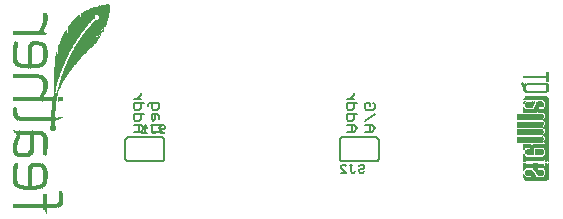
<source format=gbr>
G04 EAGLE Gerber RS-274X export*
G75*
%MOMM*%
%FSLAX34Y34*%
%LPD*%
%INSilkscreen Bottom*%
%IPPOS*%
%AMOC8*
5,1,8,0,0,1.08239X$1,22.5*%
G01*
%ADD10C,0.127000*%
%ADD11R,0.022863X0.462278*%
%ADD12R,0.022863X0.462281*%
%ADD13R,0.022863X0.436881*%
%ADD14R,0.023113X0.462278*%
%ADD15R,0.023113X0.462281*%
%ADD16R,0.023113X0.436881*%
%ADD17R,0.023116X0.462278*%
%ADD18R,0.023116X0.462281*%
%ADD19R,0.023116X0.436881*%
%ADD20R,0.023113X0.022863*%
%ADD21R,0.023116X0.091441*%
%ADD22R,0.023113X0.139700*%
%ADD23R,0.023116X0.185419*%
%ADD24R,0.023113X0.254000*%
%ADD25R,0.023113X0.299719*%
%ADD26R,0.023116X0.345438*%
%ADD27R,0.023113X0.391159*%
%ADD28R,0.023116X0.393700*%
%ADD29R,0.022863X0.325119*%
%ADD30R,0.022863X0.599438*%
%ADD31R,0.022863X0.622300*%
%ADD32R,0.022863X0.530859*%
%ADD33R,0.022863X0.439422*%
%ADD34R,0.022863X0.231138*%
%ADD35R,0.022863X0.071119*%
%ADD36R,0.022863X0.533400*%
%ADD37R,0.022863X0.208281*%
%ADD38R,0.023113X0.345441*%
%ADD39R,0.023113X0.576578*%
%ADD40R,0.023113X0.599438*%
%ADD41R,0.023113X0.508000*%
%ADD42R,0.023113X0.416563*%
%ADD43R,0.023113X0.208278*%
%ADD44R,0.023113X0.553722*%
%ADD45R,0.023113X0.208281*%
%ADD46R,0.023116X0.345441*%
%ADD47R,0.023116X0.530859*%
%ADD48R,0.023116X0.370841*%
%ADD49R,0.023116X0.162559*%
%ADD50R,0.023116X0.576581*%
%ADD51R,0.023116X0.208281*%
%ADD52R,0.023113X0.322578*%
%ADD53R,0.023113X0.485137*%
%ADD54R,0.023113X0.416559*%
%ADD55R,0.023113X0.347981*%
%ADD56R,0.023113X0.116838*%
%ADD57R,0.023113X0.647700*%
%ADD58R,0.023116X0.322581*%
%ADD59R,0.023116X0.485137*%
%ADD60R,0.023116X0.093978*%
%ADD61R,0.023116X0.231141*%
%ADD62R,0.023116X0.693419*%
%ADD63R,0.023113X0.322581*%
%ADD64R,0.023113X0.439419*%
%ADD65R,0.023113X0.370841*%
%ADD66R,0.023113X0.299722*%
%ADD67R,0.023113X0.045719*%
%ADD68R,0.023113X0.739138*%
%ADD69R,0.023113X0.414019*%
%ADD70R,0.023113X0.347978*%
%ADD71R,0.023113X0.762000*%
%ADD72R,0.023116X0.414019*%
%ADD73R,0.023116X0.182881*%
%ADD74R,0.023116X0.347978*%
%ADD75R,0.023116X0.276863*%
%ADD76R,0.023116X0.116841*%
%ADD77R,0.023116X0.276859*%
%ADD78R,0.023116X0.784863*%
%ADD79R,0.023113X0.325119*%
%ADD80R,0.023113X0.276863*%
%ADD81R,0.023113X0.276859*%
%ADD82R,0.023116X0.325119*%
%ADD83R,0.023116X0.391159*%
%ADD84R,0.023116X0.302259*%
%ADD85R,0.023116X0.254000*%
%ADD86R,0.023113X0.302259*%
%ADD87R,0.023113X0.393700*%
%ADD88R,0.023113X0.231141*%
%ADD89R,0.022863X0.302259*%
%ADD90R,0.022863X0.439419*%
%ADD91R,0.022863X0.368300*%
%ADD92R,0.022863X0.391159*%
%ADD93R,0.022863X0.416559*%
%ADD94R,0.022863X0.276863*%
%ADD95R,0.022863X0.205741*%
%ADD96R,0.023113X0.368300*%
%ADD97R,0.023113X0.205741*%
%ADD98R,0.023116X0.368300*%
%ADD99R,0.023116X0.205741*%
%ADD100R,0.023113X0.182881*%
%ADD101R,0.022863X0.276859*%
%ADD102R,0.022863X0.182881*%
%ADD103R,0.023113X0.924559*%
%ADD104R,0.023116X0.924559*%
%ADD105R,0.023113X0.901700*%
%ADD106R,0.023116X0.901700*%
%ADD107R,0.023113X0.878841*%
%ADD108R,0.023116X0.855981*%
%ADD109R,0.023113X0.833119*%
%ADD110R,0.022863X0.787400*%
%ADD111R,0.022863X0.414019*%
%ADD112R,0.022863X0.924559*%
%ADD113R,0.023113X0.739141*%
%ADD114R,0.023116X0.716281*%
%ADD115R,0.023116X0.299722*%
%ADD116R,0.023113X0.670559*%
%ADD117R,0.023116X0.647700*%
%ADD118R,0.023116X0.508000*%
%ADD119R,0.023116X0.299719*%
%ADD120R,0.023113X0.601981*%
%ADD121R,0.023113X0.530859*%
%ADD122R,0.023113X0.231138*%
%ADD123R,0.023113X0.556259*%
%ADD124R,0.023113X0.185419*%
%ADD125R,0.023116X0.533400*%
%ADD126R,0.023116X0.599438*%
%ADD127R,0.023116X0.416563*%
%ADD128R,0.023116X0.116838*%
%ADD129R,0.023113X0.485141*%
%ADD130R,0.023113X0.645159*%
%ADD131R,0.023113X0.716278*%
%ADD132R,0.022863X0.393700*%
%ADD133R,0.022863X0.762000*%
%ADD134R,0.022863X0.624841*%
%ADD135R,0.023113X0.784859*%
%ADD136R,0.023113X0.693422*%
%ADD137R,0.023116X0.830578*%
%ADD138R,0.023116X0.739141*%
%ADD139R,0.023113X0.876300*%
%ADD140R,0.023113X0.807722*%
%ADD141R,0.023116X0.899159*%
%ADD142R,0.023116X0.878841*%
%ADD143R,0.023113X0.922019*%
%ADD144R,0.023113X0.947419*%
%ADD145R,0.023116X0.970278*%
%ADD146R,0.023113X0.970278*%
%ADD147R,0.023116X0.439419*%
%ADD148R,0.022863X0.299722*%
%ADD149R,0.023116X0.416559*%
%ADD150R,0.023116X0.347981*%
%ADD151R,0.023113X0.137159*%
%ADD152R,0.023113X0.093978*%
%ADD153R,0.023113X0.091441*%
%ADD154R,0.023113X0.093981*%
%ADD155R,0.023113X0.114300*%
%ADD156R,0.023116X0.045719*%
%ADD157R,0.023116X0.045722*%
%ADD158R,0.023113X0.071119*%
%ADD159R,0.023113X0.116841*%
%ADD160R,0.023116X0.139700*%
%ADD161R,0.022863X0.322581*%
%ADD162R,0.022863X0.345441*%
%ADD163R,0.022863X0.162559*%
%ADD164R,0.022863X0.576581*%
%ADD165R,0.023113X0.668019*%
%ADD166R,0.023113X0.533400*%
%ADD167R,0.023116X1.455419*%
%ADD168R,0.023116X5.519419*%
%ADD169R,0.023113X1.455419*%
%ADD170R,0.023113X5.519419*%
%ADD171R,0.023116X5.494019*%
%ADD172R,0.023113X1.430019*%
%ADD173R,0.023113X5.494019*%
%ADD174R,0.023116X1.430019*%
%ADD175R,0.023116X5.471159*%
%ADD176R,0.023116X0.762000*%
%ADD177R,0.023113X1.407159*%
%ADD178R,0.023113X5.471159*%
%ADD179R,0.022863X1.384300*%
%ADD180R,0.022863X5.448300*%
%ADD181R,0.022863X0.716278*%
%ADD182R,0.022863X0.878841*%
%ADD183R,0.023113X1.361438*%
%ADD184R,0.023113X5.425438*%
%ADD185R,0.023116X1.338578*%
%ADD186R,0.023116X5.402578*%
%ADD187R,0.023116X0.624841*%
%ADD188R,0.023113X1.292859*%
%ADD189R,0.023113X5.356859*%
%ADD190R,0.023116X1.224278*%
%ADD191R,0.023116X5.288278*%
%ADD192C,0.203200*%
%ADD193C,0.152400*%
%ADD194R,0.020319X0.182878*%
%ADD195R,0.020322X0.792478*%
%ADD196R,0.020322X0.447041*%
%ADD197R,0.020322X0.792481*%
%ADD198R,0.020319X0.325122*%
%ADD199R,0.020319X1.097278*%
%ADD200R,0.020319X0.629919*%
%ADD201R,0.020319X0.020319*%
%ADD202R,0.020319X0.568963*%
%ADD203R,0.020319X0.325119*%
%ADD204R,0.020319X1.097281*%
%ADD205R,0.020322X0.325122*%
%ADD206R,0.020322X1.300478*%
%ADD207R,0.020322X0.751841*%
%ADD208R,0.020322X0.040641*%
%ADD209R,0.020322X0.670563*%
%ADD210R,0.020322X0.325119*%
%ADD211R,0.020322X1.300481*%
%ADD212R,0.020319X1.442719*%
%ADD213R,0.020319X0.873759*%
%ADD214R,0.020319X0.060959*%
%ADD215R,0.020319X0.731522*%
%ADD216R,0.020319X1.442722*%
%ADD217R,0.020319X1.605278*%
%ADD218R,0.020319X0.975359*%
%ADD219R,0.020319X0.081278*%
%ADD220R,0.020319X0.772163*%
%ADD221R,0.020319X1.584963*%
%ADD222R,0.020322X1.706881*%
%ADD223R,0.020322X1.056641*%
%ADD224R,0.020322X0.101600*%
%ADD225R,0.020322X1.706878*%
%ADD226R,0.020319X1.828800*%
%ADD227R,0.020319X1.158241*%
%ADD228R,0.020319X0.121919*%
%ADD229R,0.020319X0.833122*%
%ADD230R,0.020322X1.889759*%
%ADD231R,0.020322X1.239519*%
%ADD232R,0.020322X0.121919*%
%ADD233R,0.020322X0.853441*%
%ADD234R,0.020322X1.889763*%
%ADD235R,0.020319X1.910078*%
%ADD236R,0.020319X1.300481*%
%ADD237R,0.020319X0.142241*%
%ADD238R,0.020319X0.873762*%
%ADD239R,0.020319X1.910081*%
%ADD240R,0.020319X1.930400*%
%ADD241R,0.020319X1.381759*%
%ADD242R,0.020319X0.162559*%
%ADD243R,0.020319X0.894081*%
%ADD244R,0.020322X1.950719*%
%ADD245R,0.020322X1.463041*%
%ADD246R,0.020322X0.182878*%
%ADD247R,0.020322X0.914400*%
%ADD248R,0.020322X1.950722*%
%ADD249R,0.020319X1.971041*%
%ADD250R,0.020319X1.524000*%
%ADD251R,0.020319X0.203200*%
%ADD252R,0.020319X0.934722*%
%ADD253R,0.020322X1.991359*%
%ADD254R,0.020322X1.584959*%
%ADD255R,0.020322X0.223519*%
%ADD256R,0.020322X0.934719*%
%ADD257R,0.020322X1.991363*%
%ADD258R,0.020319X2.011678*%
%ADD259R,0.020319X1.625600*%
%ADD260R,0.020319X0.243841*%
%ADD261R,0.020319X0.853441*%
%ADD262R,0.020319X2.011681*%
%ADD263R,0.020319X2.032000*%
%ADD264R,0.020319X1.706881*%
%ADD265R,0.020319X0.264159*%
%ADD266R,0.020319X0.751841*%
%ADD267R,0.020322X2.032000*%
%ADD268R,0.020322X0.568959*%
%ADD269R,0.020322X1.036322*%
%ADD270R,0.020322X0.284478*%
%ADD271R,0.020322X0.690881*%
%ADD272R,0.020319X0.548641*%
%ADD273R,0.020319X0.528319*%
%ADD274R,0.020319X0.487678*%
%ADD275R,0.020319X0.914400*%
%ADD276R,0.020319X0.284478*%
%ADD277R,0.020319X0.589281*%
%ADD278R,0.020319X0.528322*%
%ADD279R,0.020322X0.487678*%
%ADD280R,0.020322X1.158241*%
%ADD281R,0.020322X0.528319*%
%ADD282R,0.020322X0.487681*%
%ADD283R,0.020322X0.284481*%
%ADD284R,0.020319X0.467363*%
%ADD285R,0.020319X0.101600*%
%ADD286R,0.020319X0.426722*%
%ADD287R,0.020319X1.056641*%
%ADD288R,0.020319X0.467359*%
%ADD289R,0.020319X0.406400*%
%ADD290R,0.020319X0.447041*%
%ADD291R,0.020319X0.426719*%
%ADD292R,0.020322X0.406400*%
%ADD293R,0.020322X0.386081*%
%ADD294R,0.020322X0.894078*%
%ADD295R,0.020319X0.386081*%
%ADD296R,0.020319X0.365759*%
%ADD297R,0.020319X0.812800*%
%ADD298R,0.020322X0.386078*%
%ADD299R,0.020322X0.365759*%
%ADD300R,0.020319X0.670559*%
%ADD301R,0.020319X0.345438*%
%ADD302R,0.020319X0.609600*%
%ADD303R,0.020322X0.345438*%
%ADD304R,0.020322X0.548641*%
%ADD305R,0.020322X0.365762*%
%ADD306R,0.020319X0.345441*%
%ADD307R,0.020322X0.345441*%
%ADD308R,0.020322X0.426719*%
%ADD309R,0.020319X0.304800*%
%ADD310R,0.020322X0.304800*%
%ADD311R,0.020322X1.727200*%
%ADD312R,0.020319X1.849122*%
%ADD313R,0.020319X1.849119*%
%ADD314R,0.020322X1.971041*%
%ADD315R,0.020322X1.971037*%
%ADD316R,0.020322X2.052322*%
%ADD317R,0.020322X0.467363*%
%ADD318R,0.020322X2.052319*%
%ADD319R,0.020319X2.092959*%
%ADD320R,0.020319X2.113281*%
%ADD321R,0.020319X0.589278*%
%ADD322R,0.020319X2.113278*%
%ADD323R,0.020322X2.133600*%
%ADD324R,0.020319X2.153922*%
%ADD325R,0.020319X1.198881*%
%ADD326R,0.020319X2.153919*%
%ADD327R,0.020322X2.174241*%
%ADD328R,0.020322X1.503678*%
%ADD329R,0.020322X2.174238*%
%ADD330R,0.020319X2.194559*%
%ADD331R,0.020322X2.214881*%
%ADD332R,0.020322X2.072641*%
%ADD333R,0.020322X2.214878*%
%ADD334R,0.020319X2.214881*%
%ADD335R,0.020319X2.052319*%
%ADD336R,0.020319X2.214878*%
%ADD337R,0.020322X2.235200*%
%ADD338R,0.020319X0.508000*%
%ADD339R,0.020322X0.426722*%
%ADD340R,0.020322X1.869441*%
%ADD341R,0.020319X1.808478*%
%ADD342R,0.020319X1.747519*%
%ADD343R,0.020322X1.625600*%
%ADD344R,0.020319X0.487681*%
%ADD345R,0.020322X0.467359*%
%ADD346R,0.020319X0.365762*%
%ADD347R,0.020322X0.629919*%
%ADD348R,0.020319X0.386078*%
%ADD349R,0.020319X0.711200*%
%ADD350R,0.020322X0.670559*%
%ADD351R,0.020322X0.772159*%
%ADD352R,0.020319X0.731519*%
%ADD353R,0.020322X0.447038*%
%ADD354R,0.020322X0.873759*%
%ADD355R,0.020319X0.955041*%
%ADD356R,0.020319X0.568959*%
%ADD357R,0.020319X0.548638*%
%ADD358R,0.020322X1.178559*%
%ADD359R,0.020322X0.650241*%
%ADD360R,0.020322X0.995678*%
%ADD361R,0.020322X0.508000*%
%ADD362R,0.020319X1.219200*%
%ADD363R,0.020319X1.402081*%
%ADD364R,0.020322X1.910078*%
%ADD365R,0.020322X1.910081*%
%ADD366R,0.020322X0.243841*%
%ADD367R,0.020322X1.361441*%
%ADD368R,0.020319X1.280159*%
%ADD369R,0.020319X1.869441*%
%ADD370R,0.020319X1.645922*%
%ADD371R,0.020319X0.223519*%
%ADD372R,0.020319X1.341122*%
%ADD373R,0.020319X1.320800*%
%ADD374R,0.020319X1.584959*%
%ADD375R,0.020322X1.341119*%
%ADD376R,0.020322X1.808478*%
%ADD377R,0.020322X1.524000*%
%ADD378R,0.020322X1.808481*%
%ADD379R,0.020322X0.203200*%
%ADD380R,0.020322X1.259841*%
%ADD381R,0.020319X1.767841*%
%ADD382R,0.020319X1.483359*%
%ADD383R,0.020319X1.767838*%
%ADD384R,0.020319X0.182881*%
%ADD385R,0.020322X1.402081*%
%ADD386R,0.020322X1.849119*%
%ADD387R,0.020322X1.422400*%
%ADD388R,0.020322X0.162559*%
%ADD389R,0.020322X1.178562*%
%ADD390R,0.020319X1.686559*%
%ADD391R,0.020319X1.361441*%
%ADD392R,0.020319X1.686563*%
%ADD393R,0.020319X1.137922*%
%ADD394R,0.020319X1.300478*%
%ADD395R,0.020319X1.605281*%
%ADD396R,0.020322X1.503681*%
%ADD397R,0.020322X1.564641*%
%ADD398R,0.020322X1.788159*%
%ADD399R,0.020322X1.219200*%
%ADD400R,0.020322X1.564638*%
%ADD401R,0.020319X1.544319*%
%ADD402R,0.020319X1.137919*%
%ADD403R,0.020319X1.483363*%
%ADD404R,0.020319X0.081281*%
%ADD405R,0.020319X1.016000*%
%ADD406R,0.020322X1.402078*%
%ADD407R,0.020322X1.666241*%
%ADD408R,0.020322X1.381759*%
%ADD409R,0.020322X0.081281*%
%ADD410R,0.020322X0.955041*%
%ADD411R,0.020319X1.564638*%
%ADD412R,0.020319X1.645919*%
%ADD413R,0.020319X1.178559*%
%ADD414R,0.020319X0.040641*%
%ADD415R,0.020322X0.975359*%
%ADD416R,0.020322X1.239522*%
%ADD417R,0.020322X0.020319*%
%ADD418R,0.020322X0.772163*%
%ADD419R,0.020319X0.670563*%
%ADD420R,0.020319X1.036322*%
%ADD421R,0.020322X0.182881*%
%ADD422R,0.020319X1.117600*%
%ADD423R,0.020319X2.336800*%
%ADD424R,0.020322X2.479038*%
%ADD425R,0.020319X2.824478*%
%ADD426R,0.020322X2.824478*%
%ADD427R,0.020319X2.824481*%
%ADD428R,0.020319X2.946400*%
%ADD429R,0.020322X3.048000*%
%ADD430R,0.020322X0.264159*%
%ADD431R,0.020319X3.149600*%
%ADD432R,0.020322X2.438400*%
%ADD433R,0.020319X0.284481*%
%ADD434R,0.020319X3.962400*%
%ADD435R,0.020319X1.564641*%
%ADD436R,0.020319X1.950719*%
%ADD437R,0.020322X0.264163*%
%ADD438R,0.020322X1.076959*%
%ADD439R,0.020322X0.589281*%
%ADD440R,0.020319X0.264163*%
%ADD441R,0.020319X0.792478*%
%ADD442R,0.020319X1.666241*%
%ADD443R,0.020319X0.833119*%
%ADD444R,0.020322X1.544322*%
%ADD445R,0.020322X1.036319*%
%ADD446R,0.020319X1.239519*%
%ADD447R,0.020319X1.259838*%
%ADD448R,0.020319X1.422400*%
%ADD449R,0.020322X0.223522*%
%ADD450R,0.020322X2.722881*%
%ADD451R,0.020319X0.223522*%
%ADD452R,0.020319X2.702559*%
%ADD453R,0.020322X2.580641*%
%ADD454R,0.020319X2.438400*%
%ADD455R,0.020319X2.275841*%
%ADD456R,0.020322X0.142241*%
%ADD457R,0.020322X2.153922*%
%ADD458R,0.020322X0.142238*%
%ADD459R,0.020319X0.162562*%
%ADD460R,0.020319X0.792481*%
%ADD461R,0.020322X1.544319*%
%ADD462R,0.020322X0.975363*%
%ADD463R,0.020322X1.341122*%
%ADD464R,0.020322X1.280159*%
%ADD465R,0.020319X0.121922*%
%ADD466R,0.020319X1.239522*%
%ADD467R,0.020319X1.361438*%
%ADD468R,0.020322X0.121922*%
%ADD469R,0.020322X2.397759*%
%ADD470R,0.020319X2.255519*%
%ADD471R,0.020319X1.991359*%
%ADD472R,0.020319X2.600959*%
%ADD473R,0.020322X1.198878*%
%ADD474R,0.020319X0.060963*%
%ADD475R,0.020322X1.158238*%
%ADD476R,0.020322X0.060963*%
%ADD477R,0.020322X0.589278*%
%ADD478R,0.020319X2.580641*%
%ADD479R,0.020319X0.650241*%
%ADD480R,0.020319X2.560322*%
%ADD481R,0.020322X2.560322*%
%ADD482R,0.020319X0.020322*%
%ADD483R,0.020319X0.690881*%
%ADD484R,0.020319X2.540000*%
%ADD485R,0.020322X0.020322*%
%ADD486R,0.020322X0.731519*%
%ADD487R,0.020322X2.540000*%
%ADD488R,0.020319X0.751838*%
%ADD489R,0.020319X2.519681*%
%ADD490R,0.020322X2.499359*%
%ADD491R,0.020319X2.479041*%
%ADD492R,0.020322X0.812800*%
%ADD493R,0.020322X2.479041*%
%ADD494R,0.020319X0.853438*%
%ADD495R,0.020319X2.458719*%
%ADD496R,0.020322X0.873762*%
%ADD497R,0.020322X2.458719*%
%ADD498R,0.020319X0.894078*%
%ADD499R,0.020319X0.934719*%
%ADD500R,0.020319X2.397763*%
%ADD501R,0.020319X2.397759*%
%ADD502R,0.020322X1.016000*%
%ADD503R,0.020322X2.377441*%
%ADD504R,0.020319X1.036319*%
%ADD505R,0.020319X2.072641*%
%ADD506R,0.020322X1.930400*%
%ADD507R,0.020319X1.808481*%
%ADD508R,0.020322X1.686559*%
%ADD509R,0.020322X1.137919*%
%ADD510R,0.020319X1.076959*%
%ADD511R,0.020319X1.056638*%
%ADD512R,0.020319X1.198878*%
%ADD513R,0.020322X1.137922*%
%ADD514R,0.020322X2.255522*%
%ADD515R,0.020319X1.158238*%
%ADD516R,0.020319X2.235200*%
%ADD517R,0.020322X1.076963*%
%ADD518R,0.020322X2.194559*%
%ADD519R,0.020319X2.174238*%
%ADD520R,0.020322X0.060959*%
%ADD521R,0.020319X1.280163*%
%ADD522R,0.020322X1.320800*%
%ADD523R,0.020322X2.113278*%
%ADD524R,0.020319X2.092963*%
%ADD525R,0.020322X1.361438*%
%ADD526R,0.020319X1.402078*%
%ADD527R,0.020319X2.072637*%
%ADD528R,0.020319X2.052322*%
%ADD529R,0.020322X1.442719*%
%ADD530R,0.020322X2.011681*%
%ADD531R,0.020319X1.463041*%
%ADD532R,0.020322X1.483359*%
%ADD533R,0.020319X1.463037*%
%ADD534R,0.020319X1.503678*%
%ADD535R,0.020322X1.117600*%
%ADD536R,0.020319X1.889759*%
%ADD537R,0.020319X1.869438*%
%ADD538R,0.020322X1.849122*%
%ADD539R,0.020322X1.280163*%
%ADD540R,0.020319X1.788159*%
%ADD541R,0.020322X1.767841*%
%ADD542R,0.020319X0.142238*%
%ADD543R,0.020322X1.463037*%
%ADD544R,0.020319X0.995681*%
%ADD545R,0.020322X0.081278*%
%ADD546R,0.020319X1.503681*%
%ADD547R,0.020319X1.544322*%
%ADD548R,0.020322X1.645919*%
%ADD549R,0.020322X1.605281*%
%ADD550R,0.020319X1.727200*%
%ADD551R,0.020322X0.162562*%
%ADD552R,0.020322X1.584963*%
%ADD553R,0.020322X1.605278*%
%ADD554R,0.020319X1.381763*%
%ADD555R,0.020319X1.666238*%
%ADD556R,0.020319X1.341119*%
%ADD557R,0.020322X1.828800*%
%ADD558R,0.020322X1.198881*%
%ADD559R,0.020322X1.056638*%
%ADD560R,0.020319X0.772159*%
%ADD561R,0.020322X1.097281*%
%ADD562R,0.020319X1.076963*%
%ADD563R,0.020319X1.259841*%
%ADD564R,0.020322X0.609600*%
%ADD565R,0.020322X0.731522*%
%ADD566R,0.020322X0.711200*%
%ADD567R,0.020319X0.690878*%
%ADD568R,0.020322X0.690878*%
%ADD569R,0.020319X0.243838*%
%ADD570R,0.020322X0.934722*%
%ADD571R,0.020319X2.133600*%
%ADD572R,0.020322X2.113281*%
%ADD573R,0.020322X2.072637*%
%ADD574R,0.020322X2.011678*%
%ADD575R,0.020319X1.950722*%
%ADD576R,0.020319X1.706878*%
%ADD577R,0.020322X1.483363*%
%ADD578R,0.020322X0.528322*%


D10*
X347345Y116205D02*
X353277Y116205D01*
X356243Y119171D01*
X353277Y122137D01*
X347345Y122137D01*
X351794Y122137D02*
X351794Y116205D01*
X347345Y125560D02*
X356243Y131492D01*
X356243Y139364D02*
X354760Y140847D01*
X356243Y139364D02*
X356243Y136398D01*
X354760Y134915D01*
X348828Y134915D01*
X347345Y136398D01*
X347345Y139364D01*
X348828Y140847D01*
X351794Y140847D01*
X351794Y137881D01*
X338037Y116205D02*
X332105Y116205D01*
X338037Y116205D02*
X341003Y119171D01*
X338037Y122137D01*
X332105Y122137D01*
X336554Y122137D02*
X336554Y116205D01*
X341003Y131492D02*
X332105Y131492D01*
X332105Y127043D01*
X333588Y125560D01*
X336554Y125560D01*
X338037Y127043D01*
X338037Y131492D01*
X341003Y140847D02*
X332105Y140847D01*
X332105Y136398D01*
X333588Y134915D01*
X336554Y134915D01*
X338037Y136398D01*
X338037Y140847D01*
X338037Y144271D02*
X332105Y144271D01*
X335071Y144271D02*
X338037Y147236D01*
X338037Y148719D01*
X175903Y116205D02*
X167005Y116205D01*
X172937Y119171D02*
X175903Y116205D01*
X172937Y119171D02*
X175903Y122137D01*
X167005Y122137D01*
X172937Y127043D02*
X172937Y130009D01*
X171454Y131492D01*
X167005Y131492D01*
X167005Y127043D01*
X168488Y125560D01*
X169971Y127043D01*
X169971Y131492D01*
X164039Y137881D02*
X164039Y139364D01*
X165522Y140847D01*
X172937Y140847D01*
X172937Y136398D01*
X171454Y134915D01*
X168488Y134915D01*
X167005Y136398D01*
X167005Y140847D01*
X157697Y116205D02*
X151765Y116205D01*
X157697Y116205D02*
X160663Y119171D01*
X157697Y122137D01*
X151765Y122137D01*
X156214Y122137D02*
X156214Y116205D01*
X160663Y131492D02*
X151765Y131492D01*
X151765Y127043D01*
X153248Y125560D01*
X156214Y125560D01*
X157697Y127043D01*
X157697Y131492D01*
X160663Y140847D02*
X151765Y140847D01*
X151765Y136398D01*
X153248Y134915D01*
X156214Y134915D01*
X157697Y136398D01*
X157697Y140847D01*
X157697Y144271D02*
X151765Y144271D01*
X154731Y144271D02*
X157697Y147236D01*
X157697Y148719D01*
D11*
X477520Y109677D03*
D12*
X477520Y115926D03*
X477520Y122149D03*
D13*
X477520Y128499D03*
D14*
X477750Y109677D03*
D15*
X477750Y115926D03*
X477750Y122149D03*
D16*
X477750Y128499D03*
D17*
X477981Y109677D03*
D18*
X477981Y115926D03*
X477981Y122149D03*
D19*
X477981Y128499D03*
D14*
X478212Y109677D03*
D15*
X478212Y115926D03*
X478212Y122149D03*
D16*
X478212Y128499D03*
D17*
X478443Y109677D03*
D18*
X478443Y115926D03*
X478443Y122149D03*
D19*
X478443Y128499D03*
D14*
X478674Y109677D03*
D15*
X478674Y115926D03*
X478674Y122149D03*
D16*
X478674Y128499D03*
D14*
X478906Y109677D03*
D15*
X478906Y115926D03*
X478906Y122149D03*
D16*
X478906Y128499D03*
D17*
X479137Y109677D03*
D18*
X479137Y115926D03*
X479137Y122149D03*
D19*
X479137Y128499D03*
D14*
X479368Y109677D03*
D15*
X479368Y115926D03*
X479368Y122149D03*
D16*
X479368Y128499D03*
D17*
X479599Y109677D03*
D18*
X479599Y115926D03*
X479599Y122149D03*
D19*
X479599Y128499D03*
D14*
X479830Y109677D03*
D15*
X479830Y115926D03*
X479830Y122149D03*
D16*
X479830Y128499D03*
D11*
X480060Y109677D03*
D12*
X480060Y115926D03*
X480060Y122149D03*
D13*
X480060Y128499D03*
D14*
X480290Y109677D03*
D15*
X480290Y115926D03*
X480290Y122149D03*
D16*
X480290Y128499D03*
D20*
X480290Y156909D03*
D17*
X480521Y109677D03*
D18*
X480521Y115926D03*
X480521Y122149D03*
D19*
X480521Y128499D03*
D21*
X480521Y156794D03*
D14*
X480752Y109677D03*
D15*
X480752Y115926D03*
X480752Y122149D03*
D16*
X480752Y128499D03*
D22*
X480752Y156553D03*
D17*
X480983Y109677D03*
D18*
X480983Y115926D03*
X480983Y122149D03*
D19*
X480983Y128499D03*
D23*
X480983Y156553D03*
D14*
X481214Y109677D03*
D15*
X481214Y115926D03*
X481214Y122149D03*
D16*
X481214Y128499D03*
D24*
X481214Y156439D03*
D14*
X481446Y109677D03*
D15*
X481446Y115926D03*
X481446Y122149D03*
D16*
X481446Y128499D03*
D25*
X481446Y156210D03*
D17*
X481677Y109677D03*
D18*
X481677Y115926D03*
X481677Y122149D03*
D19*
X481677Y128499D03*
D26*
X481677Y156210D03*
D27*
X481908Y155981D03*
D28*
X482139Y155512D03*
D14*
X482370Y154483D03*
D29*
X482600Y78511D03*
D30*
X482600Y86360D03*
D31*
X482600Y94094D03*
D32*
X482600Y103111D03*
D11*
X482600Y109677D03*
D12*
X482600Y115926D03*
X482600Y122149D03*
D13*
X482600Y128499D03*
D33*
X482600Y134734D03*
D34*
X482600Y140399D03*
D35*
X482600Y143510D03*
D36*
X482600Y153670D03*
D37*
X482600Y162916D03*
D38*
X482830Y78156D03*
D39*
X482830Y86474D03*
D40*
X482830Y93980D03*
D41*
X482830Y103226D03*
D14*
X482830Y109677D03*
D15*
X482830Y115926D03*
X482830Y122149D03*
D16*
X482830Y128499D03*
D42*
X482830Y134620D03*
D43*
X482830Y140513D03*
D22*
X482830Y143853D03*
D44*
X482830Y153086D03*
D45*
X482830Y162916D03*
D46*
X483061Y77699D03*
D47*
X483061Y86703D03*
X483061Y93637D03*
D17*
X483061Y103454D03*
X483061Y109677D03*
D18*
X483061Y115926D03*
X483061Y122149D03*
D19*
X483061Y128499D03*
D48*
X483061Y134391D03*
D49*
X483061Y140741D03*
D23*
X483061Y144082D03*
D50*
X483061Y152972D03*
D51*
X483061Y162916D03*
D52*
X483292Y77356D03*
D53*
X483292Y86932D03*
D41*
X483292Y93523D03*
D54*
X483292Y103683D03*
D14*
X483292Y109677D03*
D15*
X483292Y115926D03*
X483292Y122149D03*
D16*
X483292Y128499D03*
D55*
X483292Y134277D03*
D56*
X483292Y140970D03*
D43*
X483292Y144196D03*
D57*
X483292Y153099D03*
D45*
X483292Y162916D03*
D58*
X483523Y77127D03*
D17*
X483523Y87046D03*
D59*
X483523Y93409D03*
D28*
X483523Y103797D03*
D17*
X483523Y109677D03*
D18*
X483523Y115926D03*
X483523Y122149D03*
D19*
X483523Y128499D03*
D58*
X483523Y134150D03*
D60*
X483523Y141084D03*
D61*
X483523Y144310D03*
D62*
X483523Y153099D03*
D51*
X483523Y162916D03*
D63*
X483754Y76899D03*
D64*
X483754Y87160D03*
D14*
X483754Y93294D03*
D65*
X483754Y103911D03*
D14*
X483754Y109677D03*
D15*
X483754Y115926D03*
X483754Y122149D03*
D16*
X483754Y128499D03*
D66*
X483754Y134036D03*
D67*
X483754Y141326D03*
D24*
X483754Y144424D03*
D68*
X483754Y153099D03*
D45*
X483754Y162916D03*
D63*
X483986Y76670D03*
D69*
X483986Y87287D03*
D64*
X483986Y93180D03*
D70*
X483986Y104026D03*
D14*
X483986Y109677D03*
D15*
X483986Y115926D03*
X483986Y122149D03*
D16*
X483986Y128499D03*
D66*
X483986Y134036D03*
D24*
X483986Y144424D03*
D71*
X483986Y152984D03*
D45*
X483986Y162916D03*
D58*
X484217Y76670D03*
D61*
X484217Y81750D03*
D72*
X484217Y87287D03*
X484217Y93053D03*
D73*
X484217Y98831D03*
D74*
X484217Y104026D03*
D17*
X484217Y109677D03*
D18*
X484217Y115926D03*
X484217Y122149D03*
D19*
X484217Y128499D03*
D75*
X484217Y133922D03*
D76*
X484217Y138659D03*
D77*
X484217Y144539D03*
D78*
X484217Y153099D03*
D51*
X484217Y162916D03*
D79*
X484448Y76429D03*
D63*
X484448Y81750D03*
D27*
X484448Y87401D03*
D69*
X484448Y93053D03*
D79*
X484448Y98831D03*
X484448Y104140D03*
D14*
X484448Y109677D03*
D15*
X484448Y115926D03*
X484448Y122149D03*
D16*
X484448Y128499D03*
D80*
X484448Y133922D03*
D81*
X484448Y138773D03*
X484448Y144539D03*
D80*
X484448Y150559D03*
D81*
X484448Y155867D03*
D45*
X484448Y162916D03*
D82*
X484679Y76429D03*
D48*
X484679Y81737D03*
D83*
X484679Y87401D03*
D72*
X484679Y93053D03*
D48*
X484679Y98831D03*
D82*
X484679Y104140D03*
D17*
X484679Y109677D03*
D18*
X484679Y115926D03*
X484679Y122149D03*
D19*
X484679Y128499D03*
D75*
X484679Y133922D03*
D46*
X484679Y138887D03*
D84*
X484679Y144666D03*
D85*
X484679Y150216D03*
D61*
X484679Y156096D03*
D51*
X484679Y162916D03*
D79*
X484910Y76429D03*
D54*
X484910Y81737D03*
D27*
X484910Y87401D03*
X484910Y92939D03*
D54*
X484910Y98831D03*
D86*
X484910Y104254D03*
D14*
X484910Y109677D03*
D15*
X484910Y115926D03*
X484910Y122149D03*
D16*
X484910Y128499D03*
D80*
X484910Y133922D03*
D87*
X484910Y139129D03*
D86*
X484910Y144666D03*
D88*
X484910Y150101D03*
D45*
X484910Y156210D03*
X484910Y162916D03*
D89*
X485140Y76314D03*
D90*
X485140Y81623D03*
D91*
X485140Y87516D03*
D92*
X485140Y92939D03*
D93*
X485140Y98831D03*
D89*
X485140Y104254D03*
D11*
X485140Y109677D03*
D12*
X485140Y115926D03*
X485140Y122149D03*
D13*
X485140Y128499D03*
D94*
X485140Y133922D03*
D90*
X485140Y139129D03*
D89*
X485140Y144666D03*
D95*
X485140Y149974D03*
D37*
X485140Y156210D03*
X485140Y162916D03*
D86*
X485370Y76314D03*
D14*
X485370Y81737D03*
D96*
X485370Y87516D03*
D27*
X485370Y92939D03*
D15*
X485370Y98831D03*
D86*
X485370Y104254D03*
D14*
X485370Y109677D03*
D15*
X485370Y115926D03*
X485370Y122149D03*
D16*
X485370Y128499D03*
D80*
X485370Y133922D03*
D14*
X485370Y139243D03*
D86*
X485370Y144666D03*
D97*
X485370Y149974D03*
D45*
X485370Y156439D03*
X485370Y162916D03*
D84*
X485601Y76314D03*
D17*
X485601Y81737D03*
D98*
X485601Y87516D03*
D83*
X485601Y92939D03*
D18*
X485601Y98831D03*
D84*
X485601Y104254D03*
D17*
X485601Y109677D03*
D18*
X485601Y115926D03*
X485601Y122149D03*
D19*
X485601Y128499D03*
D75*
X485601Y133922D03*
D17*
X485601Y139243D03*
D84*
X485601Y144666D03*
D99*
X485601Y149974D03*
D51*
X485601Y156439D03*
X485601Y162916D03*
D86*
X485832Y76314D03*
D14*
X485832Y81737D03*
D96*
X485832Y87516D03*
X485832Y92824D03*
D15*
X485832Y98831D03*
D86*
X485832Y104254D03*
D14*
X485832Y109677D03*
D15*
X485832Y115926D03*
X485832Y122149D03*
D16*
X485832Y128499D03*
D80*
X485832Y133922D03*
D14*
X485832Y139243D03*
D86*
X485832Y144666D03*
D97*
X485832Y149974D03*
D45*
X485832Y156439D03*
X485832Y162916D03*
D84*
X486063Y76314D03*
D17*
X486063Y81737D03*
D98*
X486063Y87516D03*
X486063Y92824D03*
D18*
X486063Y98831D03*
D84*
X486063Y104254D03*
D17*
X486063Y109677D03*
D18*
X486063Y115926D03*
X486063Y122149D03*
D19*
X486063Y128499D03*
D75*
X486063Y133922D03*
D17*
X486063Y139243D03*
D84*
X486063Y144666D03*
D73*
X486063Y149860D03*
D51*
X486063Y156439D03*
X486063Y162916D03*
D86*
X486294Y76314D03*
D14*
X486294Y81737D03*
D96*
X486294Y87516D03*
X486294Y92824D03*
D15*
X486294Y98831D03*
D86*
X486294Y104254D03*
D14*
X486294Y109677D03*
D15*
X486294Y115926D03*
X486294Y122149D03*
D16*
X486294Y128499D03*
D80*
X486294Y133922D03*
D14*
X486294Y139243D03*
D86*
X486294Y144666D03*
D100*
X486294Y149860D03*
D45*
X486294Y156439D03*
X486294Y162916D03*
D86*
X486526Y76314D03*
D14*
X486526Y81737D03*
D96*
X486526Y87516D03*
X486526Y92824D03*
D15*
X486526Y98831D03*
D81*
X486526Y104381D03*
D14*
X486526Y109677D03*
D15*
X486526Y115926D03*
X486526Y122149D03*
D16*
X486526Y128499D03*
D80*
X486526Y133922D03*
D14*
X486526Y139243D03*
D86*
X486526Y144666D03*
D100*
X486526Y149860D03*
D45*
X486526Y156439D03*
X486526Y162916D03*
D84*
X486757Y76314D03*
D17*
X486757Y81737D03*
D98*
X486757Y87516D03*
X486757Y92824D03*
D18*
X486757Y98831D03*
D77*
X486757Y104381D03*
D17*
X486757Y109677D03*
D18*
X486757Y115926D03*
X486757Y122149D03*
D19*
X486757Y128499D03*
D75*
X486757Y133922D03*
D17*
X486757Y139243D03*
D84*
X486757Y144666D03*
D73*
X486757Y149860D03*
D51*
X486757Y156439D03*
X486757Y162916D03*
D86*
X486988Y76314D03*
D14*
X486988Y81737D03*
D96*
X486988Y87516D03*
X486988Y92824D03*
D15*
X486988Y98831D03*
D81*
X486988Y104381D03*
D14*
X486988Y109677D03*
D15*
X486988Y115926D03*
X486988Y122149D03*
D16*
X486988Y128499D03*
D80*
X486988Y133922D03*
D14*
X486988Y139243D03*
D86*
X486988Y144666D03*
D100*
X486988Y149860D03*
D45*
X486988Y156439D03*
X486988Y162916D03*
D84*
X487219Y76314D03*
D17*
X487219Y81737D03*
D98*
X487219Y87516D03*
X487219Y92824D03*
D18*
X487219Y98831D03*
D77*
X487219Y104381D03*
D17*
X487219Y109677D03*
D18*
X487219Y115926D03*
X487219Y122149D03*
D19*
X487219Y128499D03*
D75*
X487219Y133922D03*
D17*
X487219Y139243D03*
D84*
X487219Y144666D03*
D73*
X487219Y149860D03*
D51*
X487219Y156439D03*
X487219Y162916D03*
D86*
X487450Y76314D03*
D14*
X487450Y81737D03*
D96*
X487450Y87516D03*
X487450Y92824D03*
D15*
X487450Y98831D03*
D81*
X487450Y104381D03*
D14*
X487450Y109677D03*
D15*
X487450Y115926D03*
X487450Y122149D03*
D16*
X487450Y128499D03*
D80*
X487450Y133922D03*
D14*
X487450Y139243D03*
D86*
X487450Y144666D03*
D100*
X487450Y149860D03*
D45*
X487450Y156439D03*
X487450Y162916D03*
D89*
X487680Y76314D03*
D11*
X487680Y81737D03*
D91*
X487680Y87516D03*
X487680Y92824D03*
D12*
X487680Y98831D03*
D101*
X487680Y104381D03*
D11*
X487680Y109677D03*
D12*
X487680Y115926D03*
X487680Y122149D03*
D13*
X487680Y128499D03*
D94*
X487680Y133922D03*
D11*
X487680Y139243D03*
D89*
X487680Y144666D03*
D102*
X487680Y149860D03*
D37*
X487680Y156439D03*
X487680Y162916D03*
D86*
X487910Y76314D03*
D14*
X487910Y81737D03*
D96*
X487910Y87516D03*
X487910Y92824D03*
D15*
X487910Y98831D03*
D81*
X487910Y104381D03*
D14*
X487910Y109677D03*
D15*
X487910Y115926D03*
X487910Y122149D03*
D16*
X487910Y128499D03*
D80*
X487910Y133922D03*
D14*
X487910Y139243D03*
D86*
X487910Y144666D03*
D100*
X487910Y149860D03*
D45*
X487910Y156439D03*
X487910Y162916D03*
D84*
X488141Y76314D03*
D17*
X488141Y81737D03*
D98*
X488141Y87516D03*
X488141Y92824D03*
D18*
X488141Y98831D03*
D77*
X488141Y104381D03*
D17*
X488141Y109677D03*
D18*
X488141Y115926D03*
X488141Y122149D03*
D19*
X488141Y128499D03*
D75*
X488141Y133922D03*
D17*
X488141Y139243D03*
D84*
X488141Y144666D03*
D73*
X488141Y149860D03*
D51*
X488141Y156439D03*
X488141Y162916D03*
D86*
X488372Y76314D03*
D14*
X488372Y81737D03*
D96*
X488372Y87516D03*
X488372Y92824D03*
D103*
X488372Y101143D03*
D14*
X488372Y109677D03*
D15*
X488372Y115926D03*
X488372Y122149D03*
D16*
X488372Y128499D03*
D80*
X488372Y133922D03*
D14*
X488372Y139243D03*
D86*
X488372Y144666D03*
D100*
X488372Y149860D03*
D45*
X488372Y156439D03*
X488372Y162916D03*
D84*
X488603Y76314D03*
D17*
X488603Y81737D03*
D98*
X488603Y87516D03*
X488603Y92824D03*
D104*
X488603Y101143D03*
D17*
X488603Y109677D03*
D18*
X488603Y115926D03*
X488603Y122149D03*
D19*
X488603Y128499D03*
D75*
X488603Y133922D03*
D17*
X488603Y139243D03*
D84*
X488603Y144666D03*
D73*
X488603Y149860D03*
D51*
X488603Y156439D03*
X488603Y162916D03*
D86*
X488834Y76314D03*
D64*
X488834Y81623D03*
D96*
X488834Y87516D03*
X488834Y92824D03*
D103*
X488834Y101143D03*
D14*
X488834Y109677D03*
D15*
X488834Y115926D03*
X488834Y122149D03*
D16*
X488834Y128499D03*
D80*
X488834Y133922D03*
D14*
X488834Y139243D03*
D86*
X488834Y144666D03*
D100*
X488834Y149860D03*
D45*
X488834Y156439D03*
X488834Y162916D03*
D105*
X489066Y79312D03*
D96*
X489066Y87516D03*
X489066Y92824D03*
D103*
X489066Y101143D03*
D14*
X489066Y109677D03*
D15*
X489066Y115926D03*
X489066Y122149D03*
D16*
X489066Y128499D03*
D80*
X489066Y133922D03*
D14*
X489066Y139243D03*
D86*
X489066Y144666D03*
D100*
X489066Y149860D03*
D45*
X489066Y156439D03*
X489066Y162916D03*
D106*
X489297Y79312D03*
D98*
X489297Y87516D03*
X489297Y92824D03*
D104*
X489297Y101143D03*
D17*
X489297Y109677D03*
D18*
X489297Y115926D03*
X489297Y122149D03*
D19*
X489297Y128499D03*
D75*
X489297Y133922D03*
D17*
X489297Y139243D03*
D84*
X489297Y144666D03*
D73*
X489297Y149860D03*
D51*
X489297Y156439D03*
X489297Y162916D03*
D107*
X489528Y79197D03*
D27*
X489528Y87401D03*
D96*
X489528Y92824D03*
D103*
X489528Y101143D03*
D14*
X489528Y109677D03*
D15*
X489528Y115926D03*
X489528Y122149D03*
D16*
X489528Y128499D03*
D80*
X489528Y133922D03*
D14*
X489528Y139243D03*
D86*
X489528Y144666D03*
D100*
X489528Y149860D03*
D45*
X489528Y156439D03*
X489528Y162916D03*
D108*
X489759Y79083D03*
D83*
X489759Y87401D03*
D98*
X489759Y92824D03*
D104*
X489759Y101143D03*
D17*
X489759Y109677D03*
D18*
X489759Y115926D03*
X489759Y122149D03*
D19*
X489759Y128499D03*
D75*
X489759Y133922D03*
D17*
X489759Y139243D03*
D84*
X489759Y144666D03*
D73*
X489759Y149860D03*
D51*
X489759Y156439D03*
X489759Y162916D03*
D109*
X489990Y78969D03*
D69*
X489990Y87287D03*
D96*
X489990Y92824D03*
D103*
X489990Y101143D03*
D14*
X489990Y109677D03*
D15*
X489990Y115926D03*
X489990Y122149D03*
D16*
X489990Y128499D03*
D80*
X489990Y133922D03*
D64*
X489990Y139357D03*
D86*
X489990Y144666D03*
D100*
X489990Y149860D03*
D45*
X489990Y156439D03*
X489990Y162916D03*
D110*
X490220Y78740D03*
D111*
X490220Y87287D03*
D91*
X490220Y92824D03*
D112*
X490220Y101143D03*
D11*
X490220Y109677D03*
D12*
X490220Y115926D03*
X490220Y122149D03*
D13*
X490220Y128499D03*
D94*
X490220Y133922D03*
D90*
X490220Y139357D03*
D89*
X490220Y144666D03*
D102*
X490220Y149860D03*
D37*
X490220Y156439D03*
X490220Y162916D03*
D113*
X490450Y78499D03*
D64*
X490450Y87160D03*
D96*
X490450Y92824D03*
D103*
X490450Y101143D03*
D14*
X490450Y109677D03*
D15*
X490450Y115926D03*
X490450Y122149D03*
D16*
X490450Y128499D03*
D66*
X490450Y134036D03*
D54*
X490450Y139471D03*
D86*
X490450Y144666D03*
D100*
X490450Y149860D03*
D45*
X490450Y156439D03*
X490450Y162916D03*
D114*
X490681Y78384D03*
D17*
X490681Y87046D03*
D98*
X490681Y92824D03*
D104*
X490681Y101143D03*
D17*
X490681Y109677D03*
D18*
X490681Y115926D03*
X490681Y122149D03*
D19*
X490681Y128499D03*
D115*
X490681Y134036D03*
D28*
X490681Y139586D03*
D84*
X490681Y144666D03*
D73*
X490681Y149860D03*
D51*
X490681Y156439D03*
X490681Y162916D03*
D116*
X490912Y78156D03*
D53*
X490912Y86932D03*
D96*
X490912Y92824D03*
D103*
X490912Y101143D03*
D14*
X490912Y109677D03*
D15*
X490912Y115926D03*
X490912Y122149D03*
D16*
X490912Y128499D03*
D63*
X490912Y134150D03*
D70*
X490912Y139814D03*
D86*
X490912Y144666D03*
D100*
X490912Y149860D03*
D45*
X490912Y156439D03*
X490912Y162916D03*
D117*
X491143Y78042D03*
D118*
X491143Y86817D03*
D98*
X491143Y92824D03*
D77*
X491143Y104381D03*
D17*
X491143Y109677D03*
D18*
X491143Y115926D03*
X491143Y122149D03*
D19*
X491143Y128499D03*
D58*
X491143Y134150D03*
D119*
X491143Y140056D03*
D84*
X491143Y144666D03*
D73*
X491143Y149860D03*
D51*
X491143Y156439D03*
X491143Y162916D03*
D120*
X491374Y77813D03*
D121*
X491374Y86703D03*
D96*
X491374Y92824D03*
D81*
X491374Y104381D03*
D14*
X491374Y109677D03*
D15*
X491374Y115926D03*
X491374Y122149D03*
D16*
X491374Y128499D03*
D55*
X491374Y134277D03*
D122*
X491374Y140399D03*
D86*
X491374Y144666D03*
D100*
X491374Y149860D03*
D45*
X491374Y156439D03*
X491374Y162916D03*
D123*
X491606Y77584D03*
D39*
X491606Y86474D03*
D96*
X491606Y92824D03*
D81*
X491606Y104381D03*
D14*
X491606Y109677D03*
D15*
X491606Y115926D03*
X491606Y122149D03*
D16*
X491606Y128499D03*
D65*
X491606Y134391D03*
D124*
X491606Y140627D03*
D86*
X491606Y144666D03*
D100*
X491606Y149860D03*
D45*
X491606Y156439D03*
X491606Y162916D03*
D125*
X491837Y77470D03*
D126*
X491837Y86360D03*
D98*
X491837Y92824D03*
D77*
X491837Y104381D03*
D17*
X491837Y109677D03*
D18*
X491837Y115926D03*
X491837Y122149D03*
D19*
X491837Y128499D03*
D127*
X491837Y134620D03*
D128*
X491837Y140970D03*
D84*
X491837Y144666D03*
D73*
X491837Y149860D03*
D51*
X491837Y156439D03*
X491837Y162916D03*
D129*
X492068Y77229D03*
D130*
X492068Y86131D03*
D96*
X492068Y92824D03*
D81*
X492068Y104381D03*
D14*
X492068Y109677D03*
D15*
X492068Y115926D03*
X492068Y122149D03*
D16*
X492068Y128499D03*
D15*
X492068Y134849D03*
D67*
X492068Y141326D03*
D86*
X492068Y144666D03*
D100*
X492068Y149860D03*
D45*
X492068Y156439D03*
X492068Y162916D03*
D18*
X492299Y77114D03*
D62*
X492299Y85890D03*
D98*
X492299Y92824D03*
D77*
X492299Y104381D03*
D17*
X492299Y109677D03*
D18*
X492299Y115926D03*
X492299Y122149D03*
D19*
X492299Y128499D03*
D118*
X492299Y135077D03*
D84*
X492299Y144666D03*
D73*
X492299Y149860D03*
D51*
X492299Y156439D03*
X492299Y162916D03*
D54*
X492530Y76886D03*
D131*
X492530Y85776D03*
D96*
X492530Y92824D03*
D81*
X492530Y104381D03*
D14*
X492530Y109677D03*
D15*
X492530Y115926D03*
X492530Y122149D03*
D16*
X492530Y128499D03*
D44*
X492530Y135306D03*
D86*
X492530Y144666D03*
D100*
X492530Y149860D03*
D45*
X492530Y156439D03*
X492530Y162916D03*
D132*
X492760Y76772D03*
D133*
X492760Y85547D03*
D91*
X492760Y92824D03*
D12*
X492760Y98831D03*
D101*
X492760Y104381D03*
D11*
X492760Y109677D03*
D12*
X492760Y115926D03*
X492760Y122149D03*
D13*
X492760Y128499D03*
D134*
X492760Y135661D03*
D89*
X492760Y144666D03*
D102*
X492760Y149860D03*
D37*
X492760Y156439D03*
X492760Y162916D03*
D65*
X492990Y76657D03*
D135*
X492990Y85433D03*
D96*
X492990Y92824D03*
D15*
X492990Y98831D03*
D81*
X492990Y104381D03*
D14*
X492990Y109677D03*
D15*
X492990Y115926D03*
X492990Y122149D03*
D16*
X492990Y128499D03*
D136*
X492990Y136004D03*
D86*
X492990Y144666D03*
D100*
X492990Y149860D03*
D45*
X492990Y156439D03*
X492990Y162916D03*
D48*
X493221Y76657D03*
D137*
X493221Y85204D03*
D98*
X493221Y92824D03*
D18*
X493221Y98831D03*
D77*
X493221Y104381D03*
D17*
X493221Y109677D03*
D18*
X493221Y115926D03*
X493221Y122149D03*
D19*
X493221Y128499D03*
D138*
X493221Y136233D03*
D84*
X493221Y144666D03*
D73*
X493221Y149860D03*
D51*
X493221Y156439D03*
X493221Y162916D03*
D55*
X493452Y76543D03*
D139*
X493452Y84976D03*
D96*
X493452Y92824D03*
D15*
X493452Y98831D03*
D81*
X493452Y104381D03*
D14*
X493452Y109677D03*
D15*
X493452Y115926D03*
X493452Y122149D03*
D16*
X493452Y128499D03*
D140*
X493452Y136576D03*
D86*
X493452Y144666D03*
D100*
X493452Y149860D03*
D45*
X493452Y156439D03*
X493452Y162916D03*
D82*
X493683Y76429D03*
D141*
X493683Y84861D03*
D98*
X493683Y92824D03*
D18*
X493683Y98831D03*
D77*
X493683Y104381D03*
D17*
X493683Y109677D03*
D18*
X493683Y115926D03*
X493683Y122149D03*
D19*
X493683Y128499D03*
D142*
X493683Y136931D03*
D84*
X493683Y144666D03*
D73*
X493683Y149860D03*
D51*
X493683Y156439D03*
X493683Y162916D03*
D79*
X493914Y76429D03*
D143*
X493914Y84747D03*
D96*
X493914Y92824D03*
D15*
X493914Y98831D03*
D81*
X493914Y104381D03*
D14*
X493914Y109677D03*
D15*
X493914Y115926D03*
X493914Y122149D03*
D16*
X493914Y128499D03*
D105*
X493914Y137046D03*
D86*
X493914Y144666D03*
D100*
X493914Y149860D03*
D45*
X493914Y156439D03*
X493914Y162916D03*
D79*
X494146Y76429D03*
D144*
X494146Y84620D03*
D96*
X494146Y92824D03*
D15*
X494146Y98831D03*
D81*
X494146Y104381D03*
D14*
X494146Y109677D03*
D15*
X494146Y115926D03*
X494146Y122149D03*
D16*
X494146Y128499D03*
D105*
X494146Y137046D03*
D86*
X494146Y144666D03*
D100*
X494146Y149860D03*
D45*
X494146Y156439D03*
X494146Y162916D03*
D84*
X494377Y76314D03*
D145*
X494377Y84506D03*
D98*
X494377Y92824D03*
D18*
X494377Y98831D03*
D77*
X494377Y104381D03*
D17*
X494377Y109677D03*
D18*
X494377Y115926D03*
X494377Y122149D03*
D19*
X494377Y128499D03*
D106*
X494377Y137046D03*
D84*
X494377Y144666D03*
D73*
X494377Y149860D03*
D51*
X494377Y156439D03*
X494377Y162916D03*
D86*
X494608Y76314D03*
D146*
X494608Y84506D03*
D96*
X494608Y92824D03*
D15*
X494608Y98831D03*
D81*
X494608Y104381D03*
D14*
X494608Y109677D03*
D15*
X494608Y115926D03*
X494608Y122149D03*
D16*
X494608Y128499D03*
D105*
X494608Y137046D03*
D86*
X494608Y144666D03*
D100*
X494608Y149860D03*
D45*
X494608Y156439D03*
X494608Y162916D03*
D84*
X494839Y76314D03*
D17*
X494839Y81737D03*
D98*
X494839Y87516D03*
X494839Y92824D03*
D18*
X494839Y98831D03*
D77*
X494839Y104381D03*
D17*
X494839Y109677D03*
D18*
X494839Y115926D03*
X494839Y122149D03*
D19*
X494839Y128499D03*
D106*
X494839Y137046D03*
D84*
X494839Y144666D03*
D73*
X494839Y149860D03*
D51*
X494839Y156439D03*
X494839Y162916D03*
D86*
X495070Y76314D03*
D14*
X495070Y81737D03*
D96*
X495070Y87516D03*
X495070Y92824D03*
D15*
X495070Y98831D03*
D81*
X495070Y104381D03*
D14*
X495070Y109677D03*
D15*
X495070Y115926D03*
X495070Y122149D03*
D16*
X495070Y128499D03*
D80*
X495070Y133922D03*
D64*
X495070Y139357D03*
D86*
X495070Y144666D03*
D100*
X495070Y149860D03*
D45*
X495070Y156439D03*
X495070Y162916D03*
D89*
X495300Y76314D03*
D11*
X495300Y81737D03*
D91*
X495300Y87516D03*
X495300Y92824D03*
D12*
X495300Y98831D03*
D101*
X495300Y104381D03*
D11*
X495300Y109677D03*
D12*
X495300Y115926D03*
X495300Y122149D03*
D13*
X495300Y128499D03*
D94*
X495300Y133922D03*
D90*
X495300Y139357D03*
D89*
X495300Y144666D03*
D102*
X495300Y149860D03*
D37*
X495300Y156439D03*
X495300Y162916D03*
D86*
X495530Y76314D03*
D14*
X495530Y81737D03*
D96*
X495530Y87516D03*
X495530Y92824D03*
D15*
X495530Y98831D03*
D81*
X495530Y104381D03*
D14*
X495530Y109677D03*
D15*
X495530Y115926D03*
X495530Y122149D03*
D16*
X495530Y128499D03*
D80*
X495530Y133922D03*
D64*
X495530Y139357D03*
D86*
X495530Y144666D03*
D100*
X495530Y149860D03*
D45*
X495530Y156439D03*
X495530Y162916D03*
D84*
X495761Y76314D03*
D17*
X495761Y81737D03*
D98*
X495761Y87516D03*
X495761Y92824D03*
D18*
X495761Y98831D03*
D77*
X495761Y104381D03*
D17*
X495761Y109677D03*
D18*
X495761Y115926D03*
X495761Y122149D03*
D19*
X495761Y128499D03*
D75*
X495761Y133922D03*
D147*
X495761Y139357D03*
D84*
X495761Y144666D03*
D73*
X495761Y149860D03*
D51*
X495761Y156439D03*
X495761Y162916D03*
D86*
X495992Y76314D03*
D14*
X495992Y81737D03*
D96*
X495992Y87516D03*
X495992Y92824D03*
D15*
X495992Y98831D03*
D81*
X495992Y104381D03*
D14*
X495992Y109677D03*
D15*
X495992Y115926D03*
X495992Y122149D03*
D16*
X495992Y128499D03*
D80*
X495992Y133922D03*
D64*
X495992Y139357D03*
D86*
X495992Y144666D03*
D100*
X495992Y149860D03*
D45*
X495992Y156439D03*
X495992Y162916D03*
D84*
X496223Y76314D03*
D17*
X496223Y81737D03*
D98*
X496223Y87516D03*
X496223Y92824D03*
D18*
X496223Y98831D03*
D77*
X496223Y104381D03*
D17*
X496223Y109677D03*
D18*
X496223Y115926D03*
X496223Y122149D03*
D19*
X496223Y128499D03*
D75*
X496223Y133922D03*
D147*
X496223Y139357D03*
D84*
X496223Y144666D03*
D73*
X496223Y149860D03*
D51*
X496223Y156439D03*
X496223Y162916D03*
D86*
X496454Y76314D03*
D14*
X496454Y81737D03*
D96*
X496454Y87516D03*
X496454Y92824D03*
D15*
X496454Y98831D03*
D81*
X496454Y104381D03*
D14*
X496454Y109677D03*
D15*
X496454Y115926D03*
X496454Y122149D03*
D16*
X496454Y128499D03*
D80*
X496454Y133922D03*
D64*
X496454Y139357D03*
D86*
X496454Y144666D03*
D100*
X496454Y149860D03*
D45*
X496454Y156439D03*
X496454Y162916D03*
D86*
X496686Y76314D03*
D14*
X496686Y81737D03*
D96*
X496686Y87516D03*
X496686Y92824D03*
D15*
X496686Y98831D03*
D81*
X496686Y104381D03*
D14*
X496686Y109677D03*
D15*
X496686Y115926D03*
X496686Y122149D03*
D16*
X496686Y128499D03*
D80*
X496686Y133922D03*
D64*
X496686Y139357D03*
D86*
X496686Y144666D03*
D100*
X496686Y149860D03*
D45*
X496686Y156439D03*
X496686Y162916D03*
D84*
X496917Y76314D03*
D17*
X496917Y81737D03*
D98*
X496917Y87516D03*
X496917Y92824D03*
D18*
X496917Y98831D03*
D77*
X496917Y104381D03*
D17*
X496917Y109677D03*
D18*
X496917Y115926D03*
X496917Y122149D03*
D19*
X496917Y128499D03*
D75*
X496917Y133922D03*
D147*
X496917Y139357D03*
D84*
X496917Y144666D03*
D73*
X496917Y149860D03*
D51*
X496917Y156439D03*
X496917Y162916D03*
D86*
X497148Y76314D03*
D14*
X497148Y81737D03*
D96*
X497148Y87516D03*
X497148Y92824D03*
D15*
X497148Y98831D03*
D86*
X497148Y104254D03*
D14*
X497148Y109677D03*
D15*
X497148Y115926D03*
X497148Y122149D03*
D16*
X497148Y128499D03*
D80*
X497148Y133922D03*
D64*
X497148Y139357D03*
D86*
X497148Y144666D03*
D100*
X497148Y149860D03*
D45*
X497148Y156439D03*
X497148Y162916D03*
D84*
X497379Y76314D03*
D17*
X497379Y81737D03*
D98*
X497379Y87516D03*
X497379Y92824D03*
D18*
X497379Y98831D03*
D84*
X497379Y104254D03*
D17*
X497379Y109677D03*
D18*
X497379Y115926D03*
X497379Y122149D03*
D19*
X497379Y128499D03*
D75*
X497379Y133922D03*
D147*
X497379Y139357D03*
D84*
X497379Y144666D03*
D73*
X497379Y149860D03*
D51*
X497379Y156439D03*
X497379Y162916D03*
D86*
X497610Y76314D03*
D14*
X497610Y81737D03*
D96*
X497610Y87516D03*
X497610Y92824D03*
D15*
X497610Y98831D03*
D86*
X497610Y104254D03*
D14*
X497610Y109677D03*
D15*
X497610Y115926D03*
X497610Y122149D03*
D16*
X497610Y128499D03*
D66*
X497610Y134036D03*
D64*
X497610Y139357D03*
D86*
X497610Y144666D03*
D100*
X497610Y149860D03*
D45*
X497610Y156439D03*
X497610Y162916D03*
D89*
X497840Y76314D03*
D11*
X497840Y81737D03*
D91*
X497840Y87516D03*
D92*
X497840Y92939D03*
D12*
X497840Y98831D03*
D89*
X497840Y104254D03*
D11*
X497840Y109677D03*
D12*
X497840Y115926D03*
X497840Y122149D03*
D13*
X497840Y128499D03*
D148*
X497840Y134036D03*
D90*
X497840Y139357D03*
D89*
X497840Y144666D03*
D102*
X497840Y149860D03*
D37*
X497840Y156439D03*
X497840Y162916D03*
D86*
X498070Y76314D03*
D64*
X498070Y81623D03*
D96*
X498070Y87516D03*
D27*
X498070Y92939D03*
D64*
X498070Y98717D03*
D86*
X498070Y104254D03*
D14*
X498070Y109677D03*
D15*
X498070Y115926D03*
X498070Y122149D03*
D16*
X498070Y128499D03*
D66*
X498070Y134036D03*
D54*
X498070Y139243D03*
D86*
X498070Y144666D03*
D100*
X498070Y149860D03*
D45*
X498070Y156439D03*
X498070Y162916D03*
D84*
X498301Y76314D03*
D149*
X498301Y81737D03*
D83*
X498301Y87401D03*
X498301Y92939D03*
D149*
X498301Y98831D03*
D84*
X498301Y104254D03*
D147*
X498301Y109792D03*
X498301Y116040D03*
X498301Y122263D03*
D72*
X498301Y128613D03*
D115*
X498301Y134036D03*
D149*
X498301Y139243D03*
D82*
X498301Y144551D03*
D73*
X498301Y149860D03*
D51*
X498301Y156439D03*
X498301Y162916D03*
D79*
X498532Y76429D03*
D54*
X498532Y81737D03*
D27*
X498532Y87401D03*
X498532Y92939D03*
D54*
X498532Y98831D03*
D86*
X498532Y104254D03*
D96*
X498532Y109919D03*
X498532Y116142D03*
D65*
X498532Y122377D03*
D27*
X498532Y128727D03*
D63*
X498532Y133922D03*
D65*
X498532Y139243D03*
D79*
X498532Y144551D03*
D100*
X498532Y149860D03*
D45*
X498532Y156439D03*
X498532Y162916D03*
D82*
X498763Y76429D03*
D48*
X498763Y81737D03*
D83*
X498763Y87401D03*
D72*
X498763Y93053D03*
D48*
X498763Y98831D03*
D82*
X498763Y104140D03*
D58*
X498763Y110147D03*
D46*
X498763Y116256D03*
D58*
X498763Y122619D03*
X498763Y128842D03*
D46*
X498763Y134036D03*
D150*
X498763Y139357D03*
D82*
X498763Y144551D03*
D73*
X498763Y149860D03*
D51*
X498763Y156439D03*
X498763Y162916D03*
D79*
X498994Y76429D03*
D63*
X498994Y81750D03*
D69*
X498994Y87287D03*
X498994Y93053D03*
D81*
X498994Y98819D03*
D79*
X498994Y104140D03*
D88*
X498994Y110147D03*
X498994Y116370D03*
D24*
X498994Y122733D03*
X498994Y128956D03*
D38*
X498994Y134036D03*
D81*
X498994Y139230D03*
D55*
X498994Y144437D03*
D100*
X498994Y149860D03*
D45*
X498994Y156439D03*
X498994Y162916D03*
D55*
X499226Y76543D03*
D124*
X499226Y81750D03*
D97*
X499226Y86246D03*
D88*
X499226Y94221D03*
D151*
X499226Y98831D03*
D70*
X499226Y104026D03*
D152*
X499226Y110376D03*
D153*
X499226Y116383D03*
D154*
X499226Y122847D03*
D153*
X499226Y129083D03*
D65*
X499226Y134163D03*
D155*
X499226Y139357D03*
D55*
X499226Y144437D03*
D100*
X499226Y149860D03*
D45*
X499226Y156439D03*
X499226Y162916D03*
D48*
X499457Y76657D03*
D61*
X499457Y86119D03*
X499457Y94221D03*
D74*
X499457Y104026D03*
D156*
X499457Y107594D03*
D157*
X499457Y113614D03*
X499457Y119837D03*
D156*
X499457Y126086D03*
D28*
X499457Y134049D03*
D48*
X499457Y144323D03*
D73*
X499457Y149860D03*
D51*
X499457Y156439D03*
X499457Y162916D03*
D65*
X499688Y76657D03*
D88*
X499688Y86119D03*
D24*
X499688Y94336D03*
D65*
X499688Y103911D03*
D158*
X499688Y107721D03*
D153*
X499688Y113614D03*
X499688Y119837D03*
D159*
X499688Y126187D03*
D54*
X499688Y134163D03*
D65*
X499688Y144323D03*
D100*
X499688Y149860D03*
D45*
X499688Y156439D03*
X499688Y162916D03*
D28*
X499919Y76772D03*
D85*
X499919Y86004D03*
D77*
X499919Y94450D03*
D28*
X499919Y103797D03*
D60*
X499919Y107836D03*
D49*
X499919Y113716D03*
D160*
X499919Y120079D03*
X499919Y126302D03*
D17*
X499919Y134163D03*
D28*
X499919Y144209D03*
D73*
X499919Y149860D03*
D51*
X499919Y156439D03*
X499919Y162916D03*
D54*
X500150Y76886D03*
D81*
X500150Y85890D03*
D66*
X500150Y94564D03*
D54*
X500150Y103683D03*
D22*
X500150Y108064D03*
D43*
X500150Y113716D03*
D124*
X500150Y120079D03*
X500150Y126302D03*
D41*
X500150Y134163D03*
D64*
X500150Y143980D03*
D100*
X500150Y149860D03*
D45*
X500150Y156439D03*
X500150Y162916D03*
D12*
X500380Y77114D03*
D161*
X500380Y85662D03*
D162*
X500380Y94793D03*
D11*
X500380Y103454D03*
D163*
X500380Y108179D03*
D101*
X500380Y113830D03*
D94*
X500380Y120079D03*
X500380Y126302D03*
D164*
X500380Y134277D03*
D12*
X500380Y143866D03*
D95*
X500380Y149974D03*
D37*
X500380Y156439D03*
X500380Y162916D03*
D41*
X500610Y77343D03*
D96*
X500610Y85433D03*
D27*
X500610Y95021D03*
D121*
X500610Y103111D03*
D122*
X500610Y108522D03*
D65*
X500610Y113843D03*
D96*
X500610Y120079D03*
D87*
X500610Y126429D03*
D165*
X500610Y134277D03*
D166*
X500610Y143510D03*
D97*
X500610Y149974D03*
D45*
X500610Y156439D03*
X500610Y162916D03*
D167*
X500841Y82080D03*
D168*
X500841Y118580D03*
D99*
X500841Y149974D03*
D51*
X500841Y156439D03*
X500841Y162916D03*
D169*
X501072Y82080D03*
D170*
X501072Y118580D03*
D97*
X501072Y149974D03*
D45*
X501072Y156439D03*
X501072Y162916D03*
D167*
X501303Y82080D03*
D168*
X501303Y118580D03*
D99*
X501303Y149974D03*
D61*
X501303Y156324D03*
D51*
X501303Y162916D03*
D169*
X501534Y82080D03*
D170*
X501534Y118580D03*
D88*
X501534Y150101D03*
X501534Y156324D03*
D45*
X501534Y162916D03*
D169*
X501766Y82080D03*
D170*
X501766Y118580D03*
D24*
X501766Y150216D03*
D88*
X501766Y156096D03*
D45*
X501766Y162916D03*
D167*
X501997Y82080D03*
D171*
X501997Y118453D03*
D75*
X501997Y150559D03*
D77*
X501997Y155867D03*
D142*
X501997Y163017D03*
D172*
X502228Y82207D03*
D173*
X502228Y118453D03*
D140*
X502228Y153213D03*
D107*
X502228Y163017D03*
D174*
X502459Y82207D03*
D175*
X502459Y118339D03*
D176*
X502459Y153213D03*
D142*
X502459Y163017D03*
D177*
X502690Y82321D03*
D178*
X502690Y118339D03*
D71*
X502690Y153213D03*
D107*
X502690Y163017D03*
D179*
X502920Y82436D03*
D180*
X502920Y118224D03*
D181*
X502920Y153213D03*
D182*
X502920Y163017D03*
D183*
X503150Y82550D03*
D184*
X503150Y118110D03*
D116*
X503150Y153213D03*
D107*
X503150Y163017D03*
D185*
X503381Y82664D03*
D186*
X503381Y117996D03*
D187*
X503381Y153213D03*
D142*
X503381Y163017D03*
D188*
X503612Y82893D03*
D189*
X503612Y117767D03*
D44*
X503612Y153086D03*
D107*
X503612Y163017D03*
D190*
X503843Y83236D03*
D191*
X503843Y117424D03*
D147*
X503843Y153200D03*
D142*
X503843Y163017D03*
D192*
X175260Y91440D02*
X147320Y91440D01*
X144780Y109220D02*
X144782Y109320D01*
X144788Y109419D01*
X144798Y109519D01*
X144811Y109617D01*
X144829Y109716D01*
X144850Y109813D01*
X144875Y109909D01*
X144904Y110005D01*
X144937Y110099D01*
X144973Y110192D01*
X145013Y110283D01*
X145057Y110373D01*
X145104Y110461D01*
X145154Y110547D01*
X145208Y110631D01*
X145265Y110713D01*
X145325Y110792D01*
X145389Y110870D01*
X145455Y110944D01*
X145524Y111016D01*
X145596Y111085D01*
X145670Y111151D01*
X145748Y111215D01*
X145827Y111275D01*
X145909Y111332D01*
X145993Y111386D01*
X146079Y111436D01*
X146167Y111483D01*
X146257Y111527D01*
X146348Y111567D01*
X146441Y111603D01*
X146535Y111636D01*
X146631Y111665D01*
X146727Y111690D01*
X146824Y111711D01*
X146923Y111729D01*
X147021Y111742D01*
X147121Y111752D01*
X147220Y111758D01*
X147320Y111760D01*
X175260Y111760D02*
X175360Y111758D01*
X175459Y111752D01*
X175559Y111742D01*
X175657Y111729D01*
X175756Y111711D01*
X175853Y111690D01*
X175949Y111665D01*
X176045Y111636D01*
X176139Y111603D01*
X176232Y111567D01*
X176323Y111527D01*
X176413Y111483D01*
X176501Y111436D01*
X176587Y111386D01*
X176671Y111332D01*
X176753Y111275D01*
X176832Y111215D01*
X176910Y111151D01*
X176984Y111085D01*
X177056Y111016D01*
X177125Y110944D01*
X177191Y110870D01*
X177255Y110792D01*
X177315Y110713D01*
X177372Y110631D01*
X177426Y110547D01*
X177476Y110461D01*
X177523Y110373D01*
X177567Y110283D01*
X177607Y110192D01*
X177643Y110099D01*
X177676Y110005D01*
X177705Y109909D01*
X177730Y109813D01*
X177751Y109716D01*
X177769Y109617D01*
X177782Y109519D01*
X177792Y109419D01*
X177798Y109320D01*
X177800Y109220D01*
X177800Y93980D02*
X177798Y93880D01*
X177792Y93781D01*
X177782Y93681D01*
X177769Y93583D01*
X177751Y93484D01*
X177730Y93387D01*
X177705Y93291D01*
X177676Y93195D01*
X177643Y93101D01*
X177607Y93008D01*
X177567Y92917D01*
X177523Y92827D01*
X177476Y92739D01*
X177426Y92653D01*
X177372Y92569D01*
X177315Y92487D01*
X177255Y92408D01*
X177191Y92330D01*
X177125Y92256D01*
X177056Y92184D01*
X176984Y92115D01*
X176910Y92049D01*
X176832Y91985D01*
X176753Y91925D01*
X176671Y91868D01*
X176587Y91814D01*
X176501Y91764D01*
X176413Y91717D01*
X176323Y91673D01*
X176232Y91633D01*
X176139Y91597D01*
X176045Y91564D01*
X175949Y91535D01*
X175853Y91510D01*
X175756Y91489D01*
X175657Y91471D01*
X175559Y91458D01*
X175459Y91448D01*
X175360Y91442D01*
X175260Y91440D01*
X147320Y91440D02*
X147220Y91442D01*
X147121Y91448D01*
X147021Y91458D01*
X146923Y91471D01*
X146824Y91489D01*
X146727Y91510D01*
X146631Y91535D01*
X146535Y91564D01*
X146441Y91597D01*
X146348Y91633D01*
X146257Y91673D01*
X146167Y91717D01*
X146079Y91764D01*
X145993Y91814D01*
X145909Y91868D01*
X145827Y91925D01*
X145748Y91985D01*
X145670Y92049D01*
X145596Y92115D01*
X145524Y92184D01*
X145455Y92256D01*
X145389Y92330D01*
X145325Y92408D01*
X145265Y92487D01*
X145208Y92569D01*
X145154Y92653D01*
X145104Y92739D01*
X145057Y92827D01*
X145013Y92917D01*
X144973Y93008D01*
X144937Y93101D01*
X144904Y93195D01*
X144875Y93291D01*
X144850Y93387D01*
X144829Y93484D01*
X144811Y93583D01*
X144798Y93681D01*
X144788Y93781D01*
X144782Y93880D01*
X144780Y93980D01*
X144780Y109220D01*
X177800Y109220D02*
X177800Y93980D01*
X175260Y111760D02*
X147320Y111760D01*
D193*
X173902Y120570D02*
X175003Y121672D01*
X177206Y121672D01*
X178308Y120570D01*
X178308Y119468D01*
X177206Y118367D01*
X175003Y118367D01*
X173902Y117265D01*
X173902Y116164D01*
X175003Y115062D01*
X177206Y115062D01*
X178308Y116164D01*
X170824Y116164D02*
X169722Y115062D01*
X168621Y115062D01*
X167519Y116164D01*
X167519Y121672D01*
X168621Y121672D02*
X166417Y121672D01*
X163340Y119468D02*
X161137Y121672D01*
X161137Y115062D01*
X163340Y115062D02*
X158933Y115062D01*
D192*
X328930Y111760D02*
X356870Y111760D01*
X359410Y93980D02*
X359408Y93880D01*
X359402Y93781D01*
X359392Y93681D01*
X359379Y93583D01*
X359361Y93484D01*
X359340Y93387D01*
X359315Y93291D01*
X359286Y93195D01*
X359253Y93101D01*
X359217Y93008D01*
X359177Y92917D01*
X359133Y92827D01*
X359086Y92739D01*
X359036Y92653D01*
X358982Y92569D01*
X358925Y92487D01*
X358865Y92408D01*
X358801Y92330D01*
X358735Y92256D01*
X358666Y92184D01*
X358594Y92115D01*
X358520Y92049D01*
X358442Y91985D01*
X358363Y91925D01*
X358281Y91868D01*
X358197Y91814D01*
X358111Y91764D01*
X358023Y91717D01*
X357933Y91673D01*
X357842Y91633D01*
X357749Y91597D01*
X357655Y91564D01*
X357559Y91535D01*
X357463Y91510D01*
X357366Y91489D01*
X357267Y91471D01*
X357169Y91458D01*
X357069Y91448D01*
X356970Y91442D01*
X356870Y91440D01*
X328930Y91440D02*
X328830Y91442D01*
X328731Y91448D01*
X328631Y91458D01*
X328533Y91471D01*
X328434Y91489D01*
X328337Y91510D01*
X328241Y91535D01*
X328145Y91564D01*
X328051Y91597D01*
X327958Y91633D01*
X327867Y91673D01*
X327777Y91717D01*
X327689Y91764D01*
X327603Y91814D01*
X327519Y91868D01*
X327437Y91925D01*
X327358Y91985D01*
X327280Y92049D01*
X327206Y92115D01*
X327134Y92184D01*
X327065Y92256D01*
X326999Y92330D01*
X326935Y92408D01*
X326875Y92487D01*
X326818Y92569D01*
X326764Y92653D01*
X326714Y92739D01*
X326667Y92827D01*
X326623Y92917D01*
X326583Y93008D01*
X326547Y93101D01*
X326514Y93195D01*
X326485Y93291D01*
X326460Y93387D01*
X326439Y93484D01*
X326421Y93583D01*
X326408Y93681D01*
X326398Y93781D01*
X326392Y93880D01*
X326390Y93980D01*
X326390Y109220D02*
X326392Y109320D01*
X326398Y109419D01*
X326408Y109519D01*
X326421Y109617D01*
X326439Y109716D01*
X326460Y109813D01*
X326485Y109909D01*
X326514Y110005D01*
X326547Y110099D01*
X326583Y110192D01*
X326623Y110283D01*
X326667Y110373D01*
X326714Y110461D01*
X326764Y110547D01*
X326818Y110631D01*
X326875Y110713D01*
X326935Y110792D01*
X326999Y110870D01*
X327065Y110944D01*
X327134Y111016D01*
X327206Y111085D01*
X327280Y111151D01*
X327358Y111215D01*
X327437Y111275D01*
X327519Y111332D01*
X327603Y111386D01*
X327689Y111436D01*
X327777Y111483D01*
X327867Y111527D01*
X327958Y111567D01*
X328051Y111603D01*
X328145Y111636D01*
X328241Y111665D01*
X328337Y111690D01*
X328434Y111711D01*
X328533Y111729D01*
X328631Y111742D01*
X328731Y111752D01*
X328830Y111758D01*
X328930Y111760D01*
X356870Y111760D02*
X356970Y111758D01*
X357069Y111752D01*
X357169Y111742D01*
X357267Y111729D01*
X357366Y111711D01*
X357463Y111690D01*
X357559Y111665D01*
X357655Y111636D01*
X357749Y111603D01*
X357842Y111567D01*
X357933Y111527D01*
X358023Y111483D01*
X358111Y111436D01*
X358197Y111386D01*
X358281Y111332D01*
X358363Y111275D01*
X358442Y111215D01*
X358520Y111151D01*
X358594Y111085D01*
X358666Y111016D01*
X358735Y110944D01*
X358801Y110870D01*
X358865Y110792D01*
X358925Y110713D01*
X358982Y110631D01*
X359036Y110547D01*
X359086Y110461D01*
X359133Y110373D01*
X359177Y110283D01*
X359217Y110192D01*
X359253Y110099D01*
X359286Y110005D01*
X359315Y109909D01*
X359340Y109813D01*
X359361Y109716D01*
X359379Y109617D01*
X359392Y109519D01*
X359402Y109419D01*
X359408Y109320D01*
X359410Y109220D01*
X359410Y93980D01*
X326390Y93980D02*
X326390Y109220D01*
X328930Y91440D02*
X356870Y91440D01*
D193*
X343506Y88144D02*
X342404Y87042D01*
X343506Y88144D02*
X345709Y88144D01*
X346810Y87042D01*
X346810Y85940D01*
X345709Y84839D01*
X343506Y84839D01*
X342404Y83737D01*
X342404Y82636D01*
X343506Y81534D01*
X345709Y81534D01*
X346810Y82636D01*
X339326Y82636D02*
X338225Y81534D01*
X337123Y81534D01*
X336022Y82636D01*
X336022Y88144D01*
X337123Y88144D02*
X334920Y88144D01*
X331842Y81534D02*
X327436Y81534D01*
X331842Y81534D02*
X327436Y85940D01*
X327436Y87042D01*
X328537Y88144D01*
X330741Y88144D01*
X331842Y87042D01*
D194*
X50140Y101803D03*
D195*
X50343Y78029D03*
D196*
X50343Y101905D03*
D197*
X50343Y180848D03*
D198*
X50546Y53543D03*
D199*
X50546Y78537D03*
D200*
X50546Y102006D03*
D201*
X50546Y116840D03*
D202*
X50546Y133604D03*
D203*
X50546Y143764D03*
D198*
X50546Y163271D03*
D204*
X50546Y181356D03*
D203*
X50546Y200254D03*
D205*
X50749Y53543D03*
D206*
X50749Y78943D03*
D207*
X50749Y102210D03*
D208*
X50749Y116738D03*
D209*
X50749Y133096D03*
D210*
X50749Y143764D03*
D205*
X50749Y163271D03*
D211*
X50749Y181762D03*
D210*
X50749Y200254D03*
D198*
X50952Y53543D03*
D212*
X50952Y79248D03*
D213*
X50952Y102413D03*
D214*
X50952Y116637D03*
D215*
X50952Y132791D03*
D203*
X50952Y143764D03*
D198*
X50952Y163271D03*
D216*
X50952Y182067D03*
D203*
X50952Y200254D03*
D198*
X51156Y53543D03*
D217*
X51156Y79451D03*
D218*
X51156Y102514D03*
D219*
X51156Y116535D03*
D220*
X51156Y132588D03*
D203*
X51156Y143764D03*
D198*
X51156Y163271D03*
D221*
X51156Y182372D03*
D203*
X51156Y200254D03*
D205*
X51359Y53543D03*
D222*
X51359Y79756D03*
D223*
X51359Y102718D03*
D224*
X51359Y116434D03*
D197*
X51359Y132486D03*
D210*
X51359Y143764D03*
D205*
X51359Y163271D03*
D225*
X51359Y182575D03*
D210*
X51359Y200254D03*
D198*
X51562Y53543D03*
D226*
X51562Y79959D03*
D227*
X51562Y102819D03*
D228*
X51562Y116332D03*
D229*
X51562Y132283D03*
D203*
X51562Y143764D03*
D198*
X51562Y163271D03*
D226*
X51562Y182778D03*
D203*
X51562Y200254D03*
D205*
X51765Y53543D03*
D230*
X51765Y80061D03*
D231*
X51765Y103022D03*
D232*
X51765Y116332D03*
D233*
X51765Y132182D03*
D210*
X51765Y143764D03*
D205*
X51765Y163271D03*
D234*
X51765Y182880D03*
D210*
X51765Y200254D03*
D198*
X51968Y53543D03*
D235*
X51968Y79959D03*
D236*
X51968Y103124D03*
D237*
X51968Y116230D03*
D238*
X51968Y132080D03*
D203*
X51968Y143764D03*
D198*
X51968Y163271D03*
D239*
X51968Y182778D03*
D203*
X51968Y200254D03*
D198*
X52172Y53543D03*
D240*
X52172Y79858D03*
D241*
X52172Y103327D03*
D242*
X52172Y116129D03*
D243*
X52172Y131978D03*
D203*
X52172Y143764D03*
D198*
X52172Y163271D03*
D240*
X52172Y182677D03*
D203*
X52172Y200254D03*
D205*
X52375Y53543D03*
D244*
X52375Y79756D03*
D245*
X52375Y103530D03*
D246*
X52375Y116027D03*
D247*
X52375Y131877D03*
D210*
X52375Y143764D03*
D205*
X52375Y163271D03*
D248*
X52375Y182575D03*
D210*
X52375Y200254D03*
D198*
X52578Y53543D03*
D249*
X52578Y79654D03*
D250*
X52578Y103632D03*
D251*
X52578Y115926D03*
D252*
X52578Y131775D03*
D203*
X52578Y143764D03*
D198*
X52578Y163271D03*
D249*
X52578Y182474D03*
D203*
X52578Y200254D03*
D205*
X52781Y53543D03*
D253*
X52781Y79553D03*
D254*
X52781Y103734D03*
D255*
X52781Y115824D03*
D256*
X52781Y131572D03*
D210*
X52781Y143764D03*
D205*
X52781Y163271D03*
D257*
X52781Y182372D03*
D210*
X52781Y200254D03*
D198*
X52984Y53543D03*
D258*
X52984Y79451D03*
D259*
X52984Y103937D03*
D260*
X52984Y115722D03*
D261*
X52984Y130962D03*
D203*
X52984Y143764D03*
D198*
X52984Y163271D03*
D262*
X52984Y182270D03*
D203*
X52984Y200254D03*
D198*
X53188Y53543D03*
D263*
X53188Y79350D03*
D264*
X53188Y104140D03*
D265*
X53188Y115621D03*
D266*
X53188Y130454D03*
D203*
X53188Y143764D03*
D198*
X53188Y163271D03*
D263*
X53188Y182169D03*
D203*
X53188Y200254D03*
D205*
X53391Y53543D03*
D267*
X53391Y79350D03*
D268*
X53391Y98247D03*
D269*
X53391Y107899D03*
D270*
X53391Y115519D03*
D271*
X53391Y129946D03*
D210*
X53391Y143764D03*
D205*
X53391Y163271D03*
D267*
X53391Y182169D03*
D210*
X53391Y200254D03*
D198*
X53594Y53543D03*
D272*
X53594Y71730D03*
D273*
X53594Y86868D03*
D274*
X53594Y97841D03*
D275*
X53594Y108915D03*
D276*
X53594Y115519D03*
D277*
X53594Y129438D03*
D203*
X53594Y143764D03*
D198*
X53594Y163271D03*
D272*
X53594Y174549D03*
D278*
X53594Y189687D03*
D203*
X53594Y200254D03*
D205*
X53797Y53543D03*
D279*
X53797Y71425D03*
D270*
X53797Y88087D03*
D196*
X53797Y97434D03*
D280*
X53797Y111150D03*
D281*
X53797Y128930D03*
D210*
X53797Y143764D03*
D205*
X53797Y163271D03*
D282*
X53797Y174244D03*
D283*
X53797Y190906D03*
D210*
X53797Y200254D03*
D198*
X54000Y53543D03*
D284*
X54000Y71120D03*
D285*
X54000Y89002D03*
D286*
X54000Y97333D03*
D287*
X54000Y111658D03*
D288*
X54000Y128626D03*
D203*
X54000Y143764D03*
D198*
X54000Y163271D03*
D288*
X54000Y173939D03*
D285*
X54000Y191821D03*
D203*
X54000Y200254D03*
D198*
X54204Y53543D03*
D286*
X54204Y70917D03*
D289*
X54204Y97028D03*
D218*
X54204Y112065D03*
D290*
X54204Y128321D03*
D203*
X54204Y143764D03*
D198*
X54204Y163271D03*
D291*
X54204Y173736D03*
D203*
X54204Y200254D03*
D205*
X54407Y53543D03*
D292*
X54407Y70612D03*
D293*
X54407Y96926D03*
D294*
X54407Y112471D03*
D292*
X54407Y128118D03*
D210*
X54407Y143764D03*
D205*
X54407Y163271D03*
D292*
X54407Y173431D03*
D210*
X54407Y200254D03*
D198*
X54610Y53543D03*
D295*
X54610Y70510D03*
D296*
X54610Y96825D03*
D297*
X54610Y112878D03*
D289*
X54610Y127914D03*
D203*
X54610Y143764D03*
D198*
X54610Y163271D03*
D295*
X54610Y173330D03*
D203*
X54610Y200254D03*
D205*
X54813Y53543D03*
D298*
X54813Y70307D03*
D299*
X54813Y96622D03*
D207*
X54813Y113182D03*
D298*
X54813Y127813D03*
D210*
X54813Y143764D03*
D205*
X54813Y163271D03*
D293*
X54813Y173126D03*
D210*
X54813Y200254D03*
D198*
X55016Y53543D03*
D296*
X55016Y70206D03*
X55016Y96622D03*
D300*
X55016Y113589D03*
D296*
X55016Y127711D03*
D203*
X55016Y143764D03*
D198*
X55016Y163271D03*
D296*
X55016Y173025D03*
D203*
X55016Y200254D03*
D198*
X55220Y53543D03*
D296*
X55220Y70206D03*
D301*
X55220Y96520D03*
D302*
X55220Y113894D03*
D295*
X55220Y127610D03*
D203*
X55220Y143764D03*
D198*
X55220Y163271D03*
D296*
X55220Y173025D03*
D203*
X55220Y200254D03*
D205*
X55423Y53543D03*
D299*
X55423Y70002D03*
D303*
X55423Y96520D03*
D304*
X55423Y114198D03*
D305*
X55423Y127508D03*
D210*
X55423Y143764D03*
D205*
X55423Y163271D03*
D299*
X55423Y172822D03*
D210*
X55423Y200254D03*
D198*
X55626Y53543D03*
D306*
X55626Y69901D03*
X55626Y96317D03*
D274*
X55626Y114503D03*
D306*
X55626Y127406D03*
D203*
X55626Y143764D03*
D198*
X55626Y163271D03*
D301*
X55626Y172720D03*
D203*
X55626Y200254D03*
D205*
X55829Y53543D03*
D307*
X55829Y69901D03*
X55829Y96317D03*
D308*
X55829Y114808D03*
D307*
X55829Y127406D03*
D210*
X55829Y143764D03*
D205*
X55829Y163271D03*
D303*
X55829Y172720D03*
D210*
X55829Y200254D03*
D198*
X56032Y53543D03*
D306*
X56032Y69698D03*
X56032Y96317D03*
D296*
X56032Y115113D03*
X56032Y127305D03*
D203*
X56032Y143764D03*
D198*
X56032Y163271D03*
D306*
X56032Y172517D03*
D203*
X56032Y200254D03*
D198*
X56236Y53543D03*
D306*
X56236Y69698D03*
D198*
X56236Y96215D03*
D309*
X56236Y115418D03*
D306*
X56236Y127203D03*
D203*
X56236Y143764D03*
D198*
X56236Y163271D03*
D306*
X56236Y172517D03*
D203*
X56236Y200254D03*
D205*
X56439Y53543D03*
D210*
X56439Y69596D03*
D205*
X56439Y96215D03*
D310*
X56439Y115418D03*
D307*
X56439Y127203D03*
D210*
X56439Y143764D03*
D205*
X56439Y163271D03*
X56439Y172415D03*
D210*
X56439Y200254D03*
D198*
X56642Y53543D03*
D203*
X56642Y69596D03*
D198*
X56642Y96215D03*
D309*
X56642Y115418D03*
D306*
X56642Y127203D03*
D203*
X56642Y143764D03*
D198*
X56642Y163271D03*
X56642Y172415D03*
D203*
X56642Y200254D03*
D205*
X56845Y53543D03*
D307*
X56845Y69494D03*
D205*
X56845Y96215D03*
D310*
X56845Y115418D03*
D210*
X56845Y127102D03*
X56845Y143764D03*
D205*
X56845Y163271D03*
D307*
X56845Y172314D03*
D210*
X56845Y200254D03*
D198*
X57048Y53543D03*
X57048Y69393D03*
X57048Y96215D03*
D309*
X57048Y115418D03*
D301*
X57048Y127000D03*
D203*
X57048Y143764D03*
D198*
X57048Y163271D03*
D203*
X57048Y172212D03*
X57048Y200254D03*
D198*
X57252Y53543D03*
X57252Y69393D03*
X57252Y96215D03*
D309*
X57252Y115418D03*
D301*
X57252Y127000D03*
D203*
X57252Y143764D03*
D198*
X57252Y163271D03*
D203*
X57252Y172212D03*
X57252Y200254D03*
D205*
X57455Y53543D03*
X57455Y69393D03*
X57455Y96215D03*
D310*
X57455Y115418D03*
D303*
X57455Y127000D03*
D210*
X57455Y143764D03*
D205*
X57455Y163271D03*
D210*
X57455Y172212D03*
X57455Y200254D03*
D198*
X57658Y53543D03*
X57658Y69393D03*
X57658Y96215D03*
D309*
X57658Y115418D03*
D203*
X57658Y126898D03*
X57658Y143764D03*
D198*
X57658Y163271D03*
D203*
X57658Y172212D03*
X57658Y200254D03*
D205*
X57861Y53543D03*
D210*
X57861Y69190D03*
D205*
X57861Y96215D03*
D310*
X57861Y115418D03*
D210*
X57861Y126898D03*
X57861Y143764D03*
D205*
X57861Y163271D03*
X57861Y172009D03*
D210*
X57861Y200254D03*
D198*
X58064Y53543D03*
D203*
X58064Y69190D03*
D198*
X58064Y96215D03*
D309*
X58064Y115418D03*
D203*
X58064Y126898D03*
X58064Y143764D03*
D198*
X58064Y163271D03*
X58064Y172009D03*
D203*
X58064Y200254D03*
D198*
X58268Y53543D03*
D203*
X58268Y69190D03*
D198*
X58268Y96215D03*
D309*
X58268Y115418D03*
D203*
X58268Y126898D03*
X58268Y143764D03*
D198*
X58268Y163271D03*
X58268Y172009D03*
D203*
X58268Y200254D03*
D205*
X58471Y53543D03*
D210*
X58471Y69190D03*
D205*
X58471Y96215D03*
D310*
X58471Y115418D03*
D210*
X58471Y126898D03*
X58471Y143764D03*
D205*
X58471Y163271D03*
X58471Y172009D03*
D210*
X58471Y200254D03*
D198*
X58674Y53543D03*
D203*
X58674Y69190D03*
D198*
X58674Y96215D03*
D309*
X58674Y115418D03*
D203*
X58674Y126898D03*
X58674Y143764D03*
D198*
X58674Y163271D03*
X58674Y172009D03*
D203*
X58674Y200254D03*
D205*
X58877Y53543D03*
D310*
X58877Y69088D03*
D205*
X58877Y96215D03*
D310*
X58877Y115418D03*
D210*
X58877Y126898D03*
X58877Y143764D03*
D205*
X58877Y163271D03*
D310*
X58877Y171907D03*
D210*
X58877Y200254D03*
D198*
X59080Y53543D03*
D309*
X59080Y69088D03*
D198*
X59080Y96215D03*
D309*
X59080Y115418D03*
D198*
X59080Y126695D03*
D203*
X59080Y143764D03*
D198*
X59080Y163271D03*
D309*
X59080Y171907D03*
D203*
X59080Y200254D03*
D198*
X59284Y53543D03*
D203*
X59284Y68986D03*
D198*
X59284Y96215D03*
D309*
X59284Y115418D03*
D198*
X59284Y126695D03*
D203*
X59284Y143764D03*
D198*
X59284Y163271D03*
D203*
X59284Y171806D03*
X59284Y200254D03*
D205*
X59487Y53543D03*
D210*
X59487Y68986D03*
D205*
X59487Y96215D03*
D310*
X59487Y115418D03*
D205*
X59487Y126695D03*
D210*
X59487Y143764D03*
D205*
X59487Y163271D03*
D210*
X59487Y171806D03*
X59487Y200254D03*
D198*
X59690Y53543D03*
D203*
X59690Y68986D03*
D198*
X59690Y96215D03*
D309*
X59690Y115418D03*
D198*
X59690Y126695D03*
D203*
X59690Y143764D03*
D198*
X59690Y163271D03*
D203*
X59690Y171806D03*
X59690Y200254D03*
D205*
X59893Y53543D03*
D210*
X59893Y68986D03*
D205*
X59893Y96215D03*
D310*
X59893Y115418D03*
D205*
X59893Y126695D03*
D210*
X59893Y143764D03*
D205*
X59893Y163271D03*
D210*
X59893Y171806D03*
X59893Y200254D03*
D198*
X60096Y53543D03*
D203*
X60096Y68986D03*
D198*
X60096Y96215D03*
D309*
X60096Y115418D03*
D198*
X60096Y126695D03*
D203*
X60096Y143764D03*
D198*
X60096Y163271D03*
D203*
X60096Y171806D03*
X60096Y200254D03*
D198*
X60300Y53543D03*
D203*
X60300Y68986D03*
D198*
X60300Y96215D03*
D309*
X60300Y115418D03*
D198*
X60300Y126695D03*
D203*
X60300Y143764D03*
D198*
X60300Y163271D03*
D203*
X60300Y171806D03*
X60300Y200254D03*
D205*
X60503Y53543D03*
D210*
X60503Y68986D03*
D205*
X60503Y96215D03*
D310*
X60503Y115418D03*
D205*
X60503Y126695D03*
D210*
X60503Y143764D03*
D205*
X60503Y163271D03*
D210*
X60503Y171806D03*
X60503Y200254D03*
D198*
X60706Y53543D03*
D203*
X60706Y68986D03*
D198*
X60706Y96215D03*
D309*
X60706Y115418D03*
D198*
X60706Y126695D03*
D203*
X60706Y143764D03*
D198*
X60706Y163271D03*
D203*
X60706Y171806D03*
X60706Y200254D03*
D205*
X60909Y53543D03*
D310*
X60909Y68885D03*
D205*
X60909Y96215D03*
D310*
X60909Y115418D03*
D205*
X60909Y126695D03*
D210*
X60909Y143764D03*
D205*
X60909Y163271D03*
D310*
X60909Y171704D03*
D210*
X60909Y200254D03*
D198*
X61112Y53543D03*
D309*
X61112Y68885D03*
D198*
X61112Y96215D03*
D309*
X61112Y115418D03*
D198*
X61112Y126695D03*
D203*
X61112Y143764D03*
D198*
X61112Y163271D03*
D309*
X61112Y171704D03*
D203*
X61112Y200254D03*
D198*
X61316Y53543D03*
D309*
X61316Y68885D03*
D198*
X61316Y96215D03*
D309*
X61316Y115418D03*
D198*
X61316Y126695D03*
D203*
X61316Y143764D03*
D198*
X61316Y163271D03*
D309*
X61316Y171704D03*
D203*
X61316Y200254D03*
D205*
X61519Y53543D03*
D310*
X61519Y68885D03*
D205*
X61519Y96215D03*
D310*
X61519Y115418D03*
D205*
X61519Y126695D03*
D210*
X61519Y143764D03*
D205*
X61519Y163271D03*
D310*
X61519Y171704D03*
D210*
X61519Y200254D03*
D198*
X61722Y53543D03*
D309*
X61722Y68885D03*
D306*
X61722Y96317D03*
D309*
X61722Y115418D03*
D198*
X61722Y126695D03*
D203*
X61722Y143764D03*
D198*
X61722Y163271D03*
D309*
X61722Y171704D03*
D203*
X61722Y200254D03*
D205*
X61925Y53543D03*
D310*
X61925Y68885D03*
D307*
X61925Y96317D03*
D310*
X61925Y115418D03*
D205*
X61925Y126695D03*
D210*
X61925Y143764D03*
D205*
X61925Y163271D03*
D310*
X61925Y171704D03*
D210*
X61925Y200254D03*
D198*
X62128Y53543D03*
X62128Y68783D03*
D306*
X62128Y96317D03*
D309*
X62128Y115418D03*
D198*
X62128Y126695D03*
D203*
X62128Y143764D03*
D198*
X62128Y163271D03*
D309*
X62128Y171704D03*
D203*
X62128Y200254D03*
D198*
X62332Y53543D03*
X62332Y68783D03*
D301*
X62332Y96520D03*
D309*
X62332Y115418D03*
D198*
X62332Y126695D03*
D203*
X62332Y143764D03*
D198*
X62332Y163271D03*
D203*
X62332Y171602D03*
X62332Y200254D03*
D205*
X62535Y53543D03*
X62535Y68783D03*
D303*
X62535Y96520D03*
D310*
X62535Y115418D03*
D205*
X62535Y126695D03*
D210*
X62535Y143764D03*
D205*
X62535Y163271D03*
D210*
X62535Y171602D03*
X62535Y200254D03*
D198*
X62738Y53543D03*
X62738Y68783D03*
D296*
X62738Y96622D03*
D309*
X62738Y115418D03*
D198*
X62738Y126695D03*
D203*
X62738Y143764D03*
D198*
X62738Y163271D03*
D203*
X62738Y171602D03*
X62738Y200254D03*
D205*
X62941Y53543D03*
D311*
X62941Y75794D03*
D298*
X62941Y96723D03*
D310*
X62941Y115418D03*
D205*
X62941Y126695D03*
D210*
X62941Y143764D03*
D205*
X62941Y163271D03*
D311*
X62941Y178613D03*
D210*
X62941Y200254D03*
D198*
X63144Y53543D03*
D312*
X63144Y76403D03*
D295*
X63144Y96926D03*
D309*
X63144Y115418D03*
D198*
X63144Y126695D03*
D203*
X63144Y143764D03*
D198*
X63144Y163271D03*
D313*
X63144Y179222D03*
D203*
X63144Y200254D03*
D198*
X63348Y53543D03*
D240*
X63348Y76810D03*
D289*
X63348Y97028D03*
D309*
X63348Y115418D03*
D198*
X63348Y126695D03*
D203*
X63348Y143764D03*
D198*
X63348Y163271D03*
D240*
X63348Y179629D03*
D203*
X63348Y200254D03*
D205*
X63551Y53543D03*
D314*
X63551Y77013D03*
D308*
X63551Y97130D03*
D310*
X63551Y115418D03*
D205*
X63551Y126695D03*
D210*
X63551Y143764D03*
D205*
X63551Y163271D03*
D315*
X63551Y179832D03*
D210*
X63551Y200254D03*
D198*
X63754Y53543D03*
D262*
X63754Y77216D03*
D286*
X63754Y97333D03*
D309*
X63754Y115418D03*
D198*
X63754Y126695D03*
D203*
X63754Y143764D03*
D198*
X63754Y163271D03*
D258*
X63754Y180035D03*
D203*
X63754Y200254D03*
D205*
X63957Y53543D03*
D316*
X63957Y77419D03*
D317*
X63957Y97536D03*
D310*
X63957Y115418D03*
D205*
X63957Y126695D03*
D210*
X63957Y143764D03*
D205*
X63957Y163271D03*
D318*
X63957Y180238D03*
D210*
X63957Y200254D03*
D198*
X64160Y53543D03*
D319*
X64160Y77622D03*
D274*
X64160Y97841D03*
D309*
X64160Y115418D03*
D198*
X64160Y126695D03*
D203*
X64160Y143764D03*
D198*
X64160Y163271D03*
D319*
X64160Y180442D03*
D203*
X64160Y200254D03*
D198*
X64364Y53543D03*
D320*
X64364Y77724D03*
D321*
X64364Y98349D03*
D309*
X64364Y115418D03*
D198*
X64364Y126695D03*
D203*
X64364Y143764D03*
D198*
X64364Y163271D03*
D322*
X64364Y180543D03*
D203*
X64364Y200254D03*
D205*
X64567Y53543D03*
D323*
X64567Y77826D03*
D233*
X64567Y99873D03*
D310*
X64567Y115418D03*
D205*
X64567Y126695D03*
D210*
X64567Y143764D03*
D205*
X64567Y163271D03*
D323*
X64567Y180645D03*
D210*
X64567Y200254D03*
D198*
X64770Y53543D03*
D324*
X64770Y77927D03*
D325*
X64770Y101600D03*
D309*
X64770Y115418D03*
D198*
X64770Y126695D03*
D203*
X64770Y143764D03*
D198*
X64770Y163271D03*
D326*
X64770Y180746D03*
D203*
X64770Y200254D03*
D205*
X64973Y53543D03*
D327*
X64973Y78029D03*
D328*
X64973Y103327D03*
D310*
X64973Y115418D03*
D205*
X64973Y126695D03*
D210*
X64973Y143764D03*
D205*
X64973Y163271D03*
D329*
X64973Y180848D03*
D210*
X64973Y200254D03*
D198*
X65176Y53543D03*
D330*
X65176Y78130D03*
D319*
X65176Y106477D03*
D198*
X65176Y126695D03*
D203*
X65176Y143764D03*
D198*
X65176Y163271D03*
D330*
X65176Y180950D03*
D203*
X65176Y200254D03*
D198*
X65380Y53543D03*
D330*
X65380Y78130D03*
D319*
X65380Y106477D03*
D198*
X65380Y126695D03*
D203*
X65380Y143764D03*
D198*
X65380Y163271D03*
D330*
X65380Y180950D03*
D203*
X65380Y200254D03*
D205*
X65583Y53543D03*
D331*
X65583Y78232D03*
D332*
X65583Y106578D03*
D205*
X65583Y126695D03*
D210*
X65583Y143764D03*
D205*
X65583Y163271D03*
D333*
X65583Y181051D03*
D210*
X65583Y200254D03*
D198*
X65786Y53543D03*
D334*
X65786Y78232D03*
D335*
X65786Y106680D03*
D198*
X65786Y126695D03*
D203*
X65786Y143764D03*
D198*
X65786Y163271D03*
D336*
X65786Y181051D03*
D203*
X65786Y200254D03*
D205*
X65989Y53543D03*
D337*
X65989Y78334D03*
D267*
X65989Y106782D03*
D205*
X65989Y126695D03*
D210*
X65989Y143764D03*
D205*
X65989Y163271D03*
D337*
X65989Y181153D03*
D210*
X65989Y200254D03*
D198*
X66192Y53543D03*
X66192Y68783D03*
D338*
X66192Y86970D03*
D258*
X66192Y106883D03*
D198*
X66192Y126695D03*
D203*
X66192Y143764D03*
D198*
X66192Y163271D03*
D203*
X66192Y171602D03*
D338*
X66192Y189789D03*
D203*
X66192Y200254D03*
D198*
X66396Y53543D03*
X66396Y68783D03*
D284*
X66396Y87376D03*
D249*
X66396Y107086D03*
D198*
X66396Y126695D03*
D203*
X66396Y143764D03*
D198*
X66396Y163271D03*
D203*
X66396Y171602D03*
D288*
X66396Y190195D03*
D203*
X66396Y200254D03*
D205*
X66599Y53543D03*
X66599Y68783D03*
D339*
X66599Y87579D03*
D244*
X66599Y107188D03*
D205*
X66599Y126695D03*
D210*
X66599Y143764D03*
D205*
X66599Y163271D03*
D210*
X66599Y171602D03*
D308*
X66599Y190398D03*
D210*
X66599Y200254D03*
D198*
X66802Y53543D03*
X66802Y68783D03*
D295*
X66802Y87782D03*
D235*
X66802Y107391D03*
D198*
X66802Y126695D03*
D203*
X66802Y143764D03*
D198*
X66802Y163271D03*
D203*
X66802Y171602D03*
D295*
X66802Y190602D03*
D203*
X66802Y200254D03*
D205*
X67005Y53543D03*
X67005Y68783D03*
D305*
X67005Y87884D03*
D340*
X67005Y107594D03*
D205*
X67005Y126695D03*
D210*
X67005Y143764D03*
D205*
X67005Y163271D03*
D210*
X67005Y171602D03*
D299*
X67005Y190703D03*
D210*
X67005Y200254D03*
D198*
X67208Y53543D03*
X67208Y68783D03*
D296*
X67208Y88087D03*
D341*
X67208Y107899D03*
D198*
X67208Y126695D03*
D203*
X67208Y143764D03*
D198*
X67208Y163271D03*
D203*
X67208Y171602D03*
D296*
X67208Y190906D03*
D203*
X67208Y200254D03*
D198*
X67412Y53543D03*
D309*
X67412Y68885D03*
D306*
X67412Y88189D03*
D342*
X67412Y108204D03*
D198*
X67412Y126695D03*
D203*
X67412Y143764D03*
D198*
X67412Y163271D03*
D309*
X67412Y171704D03*
D301*
X67412Y191008D03*
D203*
X67412Y200254D03*
D205*
X67615Y53543D03*
D310*
X67615Y68885D03*
D307*
X67615Y88189D03*
D343*
X67615Y108814D03*
D205*
X67615Y126695D03*
D210*
X67615Y143764D03*
D205*
X67615Y163271D03*
D310*
X67615Y171704D03*
D303*
X67615Y191008D03*
D210*
X67615Y200254D03*
D198*
X67818Y53543D03*
D309*
X67818Y68885D03*
D306*
X67818Y88189D03*
D309*
X67818Y115418D03*
D198*
X67818Y126695D03*
D203*
X67818Y143764D03*
D198*
X67818Y163271D03*
D309*
X67818Y171704D03*
D301*
X67818Y191008D03*
D203*
X67818Y200254D03*
D205*
X68021Y53543D03*
D310*
X68021Y68885D03*
D210*
X68021Y88290D03*
D310*
X68021Y115418D03*
D205*
X68021Y126695D03*
D210*
X68021Y143764D03*
D205*
X68021Y163271D03*
D310*
X68021Y171704D03*
D210*
X68021Y191110D03*
X68021Y200254D03*
D198*
X68224Y53543D03*
D309*
X68224Y68885D03*
D203*
X68224Y88290D03*
D309*
X68224Y115418D03*
D198*
X68224Y126695D03*
D203*
X68224Y143764D03*
D198*
X68224Y163271D03*
D203*
X68224Y171806D03*
X68224Y191110D03*
X68224Y200254D03*
D198*
X68428Y53543D03*
D203*
X68428Y68986D03*
X68428Y88290D03*
D309*
X68428Y115418D03*
D198*
X68428Y126695D03*
D203*
X68428Y143764D03*
D198*
X68428Y163271D03*
D203*
X68428Y171806D03*
X68428Y191110D03*
X68428Y200254D03*
D205*
X68631Y53543D03*
D210*
X68631Y68986D03*
X68631Y88290D03*
D310*
X68631Y115418D03*
D205*
X68631Y126695D03*
D210*
X68631Y143764D03*
D205*
X68631Y163271D03*
D210*
X68631Y171806D03*
X68631Y191110D03*
X68631Y200254D03*
D198*
X68834Y53543D03*
D203*
X68834Y68986D03*
X68834Y88290D03*
D309*
X68834Y115418D03*
D198*
X68834Y126695D03*
D203*
X68834Y143764D03*
D198*
X68834Y163271D03*
D203*
X68834Y171806D03*
X68834Y191110D03*
X68834Y200254D03*
D205*
X69037Y53543D03*
D210*
X69037Y68986D03*
X69037Y88290D03*
D310*
X69037Y115418D03*
D205*
X69037Y126695D03*
D210*
X69037Y143764D03*
D205*
X69037Y163271D03*
D210*
X69037Y171806D03*
D310*
X69037Y191211D03*
D210*
X69037Y200254D03*
D198*
X69240Y53543D03*
D203*
X69240Y68986D03*
X69240Y88290D03*
D309*
X69240Y115418D03*
D198*
X69240Y126695D03*
D203*
X69240Y143764D03*
D198*
X69240Y163271D03*
D203*
X69240Y171806D03*
D309*
X69240Y191211D03*
D203*
X69240Y200254D03*
D198*
X69444Y53543D03*
D203*
X69444Y68986D03*
X69444Y88290D03*
D309*
X69444Y115418D03*
D198*
X69444Y126695D03*
D203*
X69444Y143764D03*
D198*
X69444Y163271D03*
D203*
X69444Y171806D03*
X69444Y191110D03*
X69444Y200254D03*
D205*
X69647Y53543D03*
D210*
X69647Y68986D03*
X69647Y88290D03*
D310*
X69647Y115418D03*
D205*
X69647Y126695D03*
D210*
X69647Y143764D03*
D205*
X69647Y163271D03*
D210*
X69647Y171806D03*
X69647Y191110D03*
X69647Y200254D03*
D198*
X69850Y53543D03*
D203*
X69850Y68986D03*
X69850Y88290D03*
D309*
X69850Y115418D03*
D198*
X69850Y126695D03*
D203*
X69850Y143764D03*
D198*
X69850Y163271D03*
D203*
X69850Y171806D03*
X69850Y191110D03*
X69850Y200254D03*
D205*
X70053Y53543D03*
D310*
X70053Y69088D03*
D210*
X70053Y88290D03*
D310*
X70053Y115418D03*
D205*
X70053Y126695D03*
D210*
X70053Y143764D03*
D205*
X70053Y163271D03*
D310*
X70053Y171907D03*
D210*
X70053Y191110D03*
X70053Y200254D03*
D198*
X70256Y53543D03*
D309*
X70256Y69088D03*
D203*
X70256Y88290D03*
D309*
X70256Y115418D03*
D198*
X70256Y126695D03*
D203*
X70256Y143764D03*
D198*
X70256Y163271D03*
D309*
X70256Y171907D03*
D203*
X70256Y191110D03*
X70256Y200254D03*
D198*
X70460Y53543D03*
D203*
X70460Y69190D03*
X70460Y88290D03*
D309*
X70460Y115418D03*
D198*
X70460Y126695D03*
D203*
X70460Y143764D03*
D198*
X70460Y163271D03*
X70460Y172009D03*
D203*
X70460Y191110D03*
X70460Y200254D03*
D205*
X70663Y53543D03*
D210*
X70663Y69190D03*
X70663Y88290D03*
D310*
X70663Y115418D03*
D205*
X70663Y126695D03*
D210*
X70663Y143764D03*
D205*
X70663Y163271D03*
X70663Y172009D03*
D210*
X70663Y191110D03*
X70663Y200254D03*
D198*
X70866Y53543D03*
D203*
X70866Y69190D03*
X70866Y88290D03*
D309*
X70866Y115418D03*
D198*
X70866Y126695D03*
D203*
X70866Y143764D03*
D198*
X70866Y163271D03*
X70866Y172009D03*
D203*
X70866Y191110D03*
X70866Y200254D03*
D205*
X71069Y53543D03*
D210*
X71069Y69190D03*
X71069Y88290D03*
D310*
X71069Y115418D03*
D205*
X71069Y126695D03*
D210*
X71069Y143764D03*
D205*
X71069Y163271D03*
X71069Y172009D03*
D210*
X71069Y191110D03*
X71069Y200254D03*
D198*
X71272Y53543D03*
D203*
X71272Y69190D03*
X71272Y88290D03*
D309*
X71272Y115418D03*
D198*
X71272Y126695D03*
D203*
X71272Y143764D03*
D306*
X71272Y163170D03*
D198*
X71272Y172009D03*
D203*
X71272Y191110D03*
X71272Y200254D03*
D198*
X71476Y53543D03*
X71476Y69393D03*
D203*
X71476Y88290D03*
X71476Y115316D03*
D198*
X71476Y126695D03*
D203*
X71476Y143764D03*
X71476Y163068D03*
X71476Y172212D03*
X71476Y191110D03*
X71476Y200254D03*
D205*
X71679Y53543D03*
X71679Y69393D03*
D210*
X71679Y88290D03*
X71679Y115316D03*
D205*
X71679Y126695D03*
D210*
X71679Y143764D03*
X71679Y163068D03*
X71679Y172212D03*
X71679Y191110D03*
X71679Y200254D03*
D198*
X71882Y53543D03*
X71882Y69393D03*
D203*
X71882Y88290D03*
X71882Y115316D03*
D198*
X71882Y126695D03*
D203*
X71882Y143764D03*
X71882Y163068D03*
X71882Y172212D03*
X71882Y191110D03*
X71882Y200254D03*
D205*
X72085Y53543D03*
X72085Y69393D03*
D307*
X72085Y88189D03*
D210*
X72085Y115316D03*
D205*
X72085Y126695D03*
D210*
X72085Y143764D03*
X72085Y163068D03*
X72085Y172212D03*
D303*
X72085Y191008D03*
D210*
X72085Y200254D03*
D198*
X72288Y53543D03*
D306*
X72288Y69494D03*
D198*
X72288Y88087D03*
D203*
X72288Y115316D03*
D198*
X72288Y126695D03*
D203*
X72288Y143764D03*
D306*
X72288Y162966D03*
X72288Y172314D03*
D203*
X72288Y190906D03*
X72288Y200254D03*
D198*
X72492Y53543D03*
D203*
X72492Y69596D03*
D198*
X72492Y88087D03*
D203*
X72492Y115316D03*
D198*
X72492Y126695D03*
D203*
X72492Y143764D03*
D306*
X72492Y162966D03*
D198*
X72492Y172415D03*
D203*
X72492Y190906D03*
X72492Y200254D03*
D205*
X72695Y53543D03*
D210*
X72695Y69596D03*
D205*
X72695Y88087D03*
D210*
X72695Y115316D03*
D205*
X72695Y126695D03*
D210*
X72695Y143764D03*
D205*
X72695Y162865D03*
X72695Y172415D03*
D210*
X72695Y190906D03*
X72695Y200254D03*
D198*
X72898Y53543D03*
D306*
X72898Y69698D03*
X72898Y87986D03*
D203*
X72898Y115316D03*
D198*
X72898Y126695D03*
D203*
X72898Y143764D03*
D306*
X72898Y162763D03*
X72898Y172517D03*
X72898Y190805D03*
D296*
X72898Y200457D03*
D205*
X73101Y53543D03*
D307*
X73101Y69698D03*
X73101Y87986D03*
X73101Y115214D03*
D205*
X73101Y126695D03*
D210*
X73101Y143764D03*
D307*
X73101Y162763D03*
X73101Y172517D03*
X73101Y190805D03*
D292*
X73101Y200660D03*
D198*
X73304Y53543D03*
D306*
X73304Y69901D03*
X73304Y87986D03*
X73304Y115214D03*
D198*
X73304Y126695D03*
D296*
X73304Y143967D03*
D306*
X73304Y162763D03*
D301*
X73304Y172720D03*
D306*
X73304Y190805D03*
D290*
X73304Y200863D03*
D198*
X73508Y53543D03*
D306*
X73508Y69901D03*
X73508Y87782D03*
D198*
X73508Y115113D03*
X73508Y126695D03*
D289*
X73508Y144170D03*
D301*
X73508Y162560D03*
X73508Y172720D03*
D306*
X73508Y190602D03*
D344*
X73508Y201066D03*
D205*
X73711Y53543D03*
D299*
X73711Y70002D03*
D307*
X73711Y87782D03*
X73711Y115011D03*
D205*
X73711Y126695D03*
D345*
X73711Y144475D03*
D299*
X73711Y162458D03*
X73711Y172822D03*
D307*
X73711Y190602D03*
D281*
X73711Y201270D03*
D198*
X73914Y53543D03*
D296*
X73914Y70206D03*
X73914Y87681D03*
D306*
X73914Y115011D03*
D198*
X73914Y126695D03*
D338*
X73914Y144678D03*
D296*
X73914Y162458D03*
X73914Y173025D03*
D346*
X73914Y190500D03*
D277*
X73914Y201574D03*
D205*
X74117Y53543D03*
D298*
X74117Y70307D03*
D307*
X74117Y87579D03*
D299*
X74117Y114910D03*
D205*
X74117Y126695D03*
D304*
X74117Y144882D03*
D299*
X74117Y162255D03*
D293*
X74117Y173126D03*
D305*
X74117Y190500D03*
D347*
X74117Y201778D03*
D198*
X74320Y53543D03*
D289*
X74320Y70409D03*
D296*
X74320Y87478D03*
D301*
X74320Y114808D03*
D198*
X74320Y126695D03*
D321*
X74320Y145085D03*
D295*
X74320Y162154D03*
D289*
X74320Y173228D03*
D296*
X74320Y190297D03*
D300*
X74320Y201981D03*
D198*
X74524Y53543D03*
D289*
X74524Y70612D03*
D295*
X74524Y87376D03*
D296*
X74524Y114706D03*
D198*
X74524Y126695D03*
D200*
X74524Y145288D03*
D295*
X74524Y161950D03*
D289*
X74524Y173431D03*
D348*
X74524Y190195D03*
D349*
X74524Y202184D03*
D205*
X74727Y53543D03*
D308*
X74727Y70714D03*
D298*
X74727Y87173D03*
X74727Y114605D03*
D205*
X74727Y126695D03*
D350*
X74727Y145491D03*
D292*
X74727Y161849D03*
D339*
X74727Y173533D03*
D293*
X74727Y189992D03*
D351*
X74727Y202489D03*
D198*
X74930Y53543D03*
D286*
X74930Y70917D03*
D291*
X74930Y86970D03*
D295*
X74930Y114402D03*
D198*
X74930Y126695D03*
D352*
X74930Y145796D03*
D289*
X74930Y161646D03*
D291*
X74930Y173736D03*
D286*
X74930Y189789D03*
D297*
X74930Y202692D03*
D205*
X75133Y53543D03*
D317*
X75133Y71120D03*
D353*
X75133Y86868D03*
D292*
X75133Y114300D03*
D205*
X75133Y126695D03*
D195*
X75133Y146101D03*
D308*
X75133Y161544D03*
D345*
X75133Y173939D03*
D196*
X75133Y189687D03*
D354*
X75133Y202997D03*
D198*
X75336Y53543D03*
D338*
X75336Y71526D03*
D344*
X75336Y86462D03*
D291*
X75336Y114198D03*
D198*
X75336Y126695D03*
D261*
X75336Y146406D03*
D290*
X75336Y161239D03*
D338*
X75336Y174346D03*
D288*
X75336Y189382D03*
D355*
X75336Y203403D03*
D198*
X75540Y53543D03*
D356*
X75540Y71831D03*
D272*
X75540Y86157D03*
D201*
X75540Y96520D03*
D290*
X75540Y113894D03*
D198*
X75540Y126695D03*
D275*
X75540Y146710D03*
D288*
X75540Y161138D03*
D356*
X75540Y174650D03*
D357*
X75540Y188976D03*
D309*
X75540Y200152D03*
D349*
X75540Y205435D03*
D358*
X75743Y57607D03*
D350*
X75743Y72542D03*
D359*
X75743Y85446D03*
D255*
X75743Y97536D03*
D317*
X75743Y113792D03*
D205*
X75743Y126695D03*
D360*
X75743Y147117D03*
D361*
X75743Y160731D03*
D350*
X75743Y175362D03*
D359*
X75743Y188265D03*
D283*
X75743Y200050D03*
D351*
X75743Y206146D03*
D224*
X75743Y216205D03*
D362*
X75946Y57404D03*
D240*
X75946Y79045D03*
D288*
X75946Y98755D03*
D338*
X75946Y113386D03*
D198*
X75946Y126695D03*
D203*
X75946Y143764D03*
D266*
X75946Y149555D03*
D272*
X75946Y160325D03*
D240*
X75946Y181864D03*
D265*
X75946Y199949D03*
D363*
X75946Y209702D03*
D231*
X76149Y57302D03*
D364*
X76149Y78943D03*
D207*
X76149Y100178D03*
D268*
X76149Y112878D03*
D205*
X76149Y126695D03*
D210*
X76149Y143764D03*
D222*
X76149Y154534D03*
D365*
X76149Y181762D03*
D366*
X76149Y199847D03*
D367*
X76149Y209906D03*
D368*
X76352Y57099D03*
D369*
X76352Y78943D03*
D240*
X76352Y106070D03*
D198*
X76352Y126695D03*
D203*
X76352Y143764D03*
D370*
X76352Y154635D03*
D369*
X76352Y181762D03*
D371*
X76352Y199746D03*
D372*
X76352Y210007D03*
D373*
X76556Y56896D03*
D312*
X76556Y79045D03*
D235*
X76556Y105969D03*
D198*
X76556Y126695D03*
D203*
X76556Y143764D03*
D374*
X76556Y154737D03*
D313*
X76556Y181864D03*
D251*
X76556Y199644D03*
D236*
X76556Y210210D03*
D375*
X76759Y56794D03*
D376*
X76759Y79045D03*
D230*
X76759Y105867D03*
D205*
X76759Y126695D03*
D210*
X76759Y143764D03*
D377*
X76759Y154838D03*
D378*
X76759Y181864D03*
D379*
X76759Y199644D03*
D380*
X76759Y210414D03*
D241*
X76962Y56591D03*
D381*
X76962Y79045D03*
D369*
X76962Y105766D03*
D198*
X76962Y126695D03*
D203*
X76962Y143764D03*
D382*
X76962Y154838D03*
D383*
X76962Y181864D03*
D384*
X76962Y199542D03*
D362*
X76962Y210617D03*
D385*
X77165Y56490D03*
D311*
X77165Y79045D03*
D386*
X77165Y105664D03*
D205*
X77165Y126695D03*
D210*
X77165Y143764D03*
D387*
X77165Y154940D03*
D311*
X77165Y181864D03*
D388*
X77165Y199441D03*
D389*
X77165Y210820D03*
D212*
X77368Y56286D03*
D390*
X77368Y79045D03*
D226*
X77368Y105562D03*
D198*
X77368Y126695D03*
D203*
X77368Y143764D03*
D391*
X77368Y155042D03*
D392*
X77368Y181864D03*
D237*
X77368Y199339D03*
D393*
X77368Y211023D03*
D382*
X77572Y56083D03*
D217*
X77572Y79045D03*
D341*
X77572Y105461D03*
D198*
X77572Y126695D03*
D203*
X77572Y143764D03*
D394*
X77572Y155143D03*
D395*
X77572Y181864D03*
D228*
X77572Y199238D03*
D204*
X77572Y211226D03*
D396*
X77775Y55982D03*
D397*
X77775Y79045D03*
D398*
X77775Y105359D03*
D205*
X77775Y126695D03*
D210*
X77775Y143764D03*
D399*
X77775Y155143D03*
D400*
X77775Y181864D03*
D224*
X77775Y199136D03*
D223*
X77775Y211430D03*
D401*
X77978Y55778D03*
D382*
X77978Y79045D03*
D381*
X77978Y105258D03*
D198*
X77978Y126695D03*
D203*
X77978Y143764D03*
D402*
X77978Y155346D03*
D403*
X77978Y181864D03*
D404*
X77978Y199034D03*
D405*
X77978Y211633D03*
D254*
X78181Y55575D03*
D406*
X78181Y79045D03*
D407*
X78181Y105359D03*
D205*
X78181Y126695D03*
D210*
X78181Y143764D03*
D223*
X78181Y155346D03*
D408*
X78181Y181966D03*
D409*
X78181Y199034D03*
D410*
X78181Y211938D03*
D395*
X78384Y55474D03*
D236*
X78384Y79146D03*
D411*
X78384Y105664D03*
D198*
X78384Y126695D03*
D203*
X78384Y143764D03*
D218*
X78384Y155550D03*
D236*
X78384Y181966D03*
D214*
X78384Y198933D03*
D275*
X78384Y212141D03*
D412*
X78588Y55270D03*
D413*
X78588Y79146D03*
D363*
X78588Y106070D03*
D198*
X78588Y126695D03*
D203*
X78588Y143764D03*
D243*
X78588Y155550D03*
D413*
X78588Y181966D03*
D414*
X78588Y198831D03*
D229*
X78588Y212547D03*
D407*
X78791Y55169D03*
D415*
X78791Y79146D03*
D416*
X78791Y106477D03*
D205*
X78791Y126695D03*
D210*
X78791Y143764D03*
D207*
X78791Y155651D03*
D415*
X78791Y181966D03*
D417*
X78791Y198730D03*
D418*
X78791Y212852D03*
D198*
X78994Y53543D03*
D419*
X78994Y79248D03*
D420*
X78994Y106883D03*
D198*
X78994Y126695D03*
D203*
X78994Y143764D03*
D302*
X78994Y155753D03*
D300*
X78994Y182067D03*
D277*
X78994Y212954D03*
D205*
X79197Y53543D03*
D207*
X79197Y107493D03*
D205*
X79197Y126695D03*
D210*
X79197Y143764D03*
D308*
X79197Y155854D03*
D421*
X79197Y212750D03*
D198*
X79400Y53543D03*
D371*
X79400Y108712D03*
D198*
X79400Y126695D03*
D203*
X79400Y143764D03*
D198*
X79604Y53543D03*
X79604Y126695D03*
D203*
X79604Y143764D03*
D205*
X79807Y53543D03*
X79807Y126695D03*
D210*
X79807Y143764D03*
D198*
X80010Y53543D03*
X80010Y126695D03*
D203*
X80010Y143764D03*
D205*
X80213Y53543D03*
X80213Y126695D03*
D210*
X80213Y143764D03*
D198*
X80416Y53543D03*
X80416Y126695D03*
D203*
X80416Y143764D03*
D198*
X80620Y53543D03*
X80620Y126695D03*
D203*
X80620Y143764D03*
D205*
X80823Y53543D03*
X80823Y126695D03*
D210*
X80823Y143764D03*
D198*
X81026Y53543D03*
X81026Y126695D03*
D203*
X81026Y143764D03*
D205*
X81229Y53543D03*
X81229Y126695D03*
D210*
X81229Y143764D03*
D198*
X81432Y53543D03*
X81432Y126695D03*
D203*
X81432Y143764D03*
D198*
X81636Y53543D03*
D251*
X81636Y119786D03*
D198*
X81636Y126695D03*
D203*
X81636Y143764D03*
D205*
X81839Y53543D03*
D283*
X81839Y119786D03*
D205*
X81839Y126695D03*
D210*
X81839Y143764D03*
D198*
X82042Y53543D03*
D203*
X82042Y119786D03*
D198*
X82042Y126695D03*
D203*
X82042Y143764D03*
D205*
X82245Y53543D03*
D299*
X82245Y119786D03*
D205*
X82245Y126695D03*
D210*
X82245Y143764D03*
D198*
X82448Y53543D03*
D289*
X82448Y119786D03*
D198*
X82448Y126695D03*
D203*
X82448Y143764D03*
D198*
X82652Y53543D03*
D422*
X82652Y123139D03*
D203*
X82652Y143764D03*
D205*
X82855Y53543D03*
D396*
X82855Y125070D03*
D210*
X82855Y143764D03*
D198*
X83058Y53543D03*
D381*
X83058Y126187D03*
D203*
X83058Y143764D03*
D205*
X83261Y53543D03*
D314*
X83261Y127203D03*
D210*
X83261Y143764D03*
D198*
X83464Y53543D03*
D326*
X83464Y128118D03*
D203*
X83464Y143764D03*
D198*
X83668Y53543D03*
D423*
X83668Y128829D03*
D203*
X83668Y143764D03*
D205*
X83871Y53543D03*
D424*
X83871Y129540D03*
D210*
X83871Y143764D03*
D198*
X84074Y53543D03*
D425*
X84074Y131267D03*
D205*
X84277Y53543D03*
D426*
X84277Y131267D03*
D198*
X84480Y53543D03*
D427*
X84480Y131470D03*
D198*
X84684Y53543D03*
D428*
X84684Y132080D03*
D205*
X84887Y53543D03*
D429*
X84887Y132588D03*
D430*
X84887Y163982D03*
D198*
X85090Y53543D03*
D431*
X85090Y133096D03*
D216*
X85090Y163373D03*
D205*
X85293Y53543D03*
D196*
X85293Y119786D03*
D432*
X85293Y137668D03*
D230*
X85293Y161950D03*
D198*
X85496Y53543D03*
D289*
X85496Y119786D03*
D433*
X85496Y126898D03*
D434*
X85496Y151181D03*
D198*
X85700Y53543D03*
D348*
X85700Y119685D03*
D433*
X85700Y126898D03*
D435*
X85700Y141834D03*
D436*
X85700Y160426D03*
D309*
X85700Y174955D03*
D205*
X85903Y53543D03*
D307*
X85903Y119685D03*
D437*
X85903Y127000D03*
D438*
X85903Y141630D03*
D378*
X85903Y160528D03*
D439*
X85903Y174752D03*
D198*
X86106Y53543D03*
D433*
X86106Y119786D03*
D440*
X86106Y127000D03*
D441*
X86106Y142037D03*
D442*
X86106Y160630D03*
D443*
X86106Y174752D03*
D205*
X86309Y53543D03*
D379*
X86309Y119786D03*
D366*
X86309Y127102D03*
D271*
X86309Y143154D03*
D444*
X86309Y160833D03*
D445*
X86309Y174752D03*
D198*
X86512Y53543D03*
D260*
X86512Y127102D03*
D302*
X86512Y144170D03*
D363*
X86512Y160934D03*
D446*
X86512Y174752D03*
D306*
X86716Y53645D03*
D260*
X86716Y127102D03*
D278*
X86716Y144983D03*
D447*
X86716Y161036D03*
D448*
X86716Y174854D03*
D210*
X86919Y53746D03*
D449*
X86919Y127203D03*
D196*
X86919Y145999D03*
D450*
X86919Y169164D03*
D203*
X87122Y53746D03*
D451*
X87122Y127203D03*
D295*
X87122Y146710D03*
D452*
X87122Y169875D03*
D210*
X87325Y53746D03*
D449*
X87325Y127203D03*
D310*
X87325Y147523D03*
D453*
X87325Y170078D03*
D301*
X87528Y53848D03*
D251*
X87528Y127305D03*
D440*
X87528Y148336D03*
D454*
X87528Y169977D03*
D301*
X87732Y53848D03*
D251*
X87732Y127305D03*
X87732Y149047D03*
D455*
X87732Y169977D03*
D299*
X87935Y53950D03*
D421*
X87935Y127406D03*
D456*
X87935Y149758D03*
D457*
X87935Y169977D03*
D306*
X88138Y54051D03*
D384*
X88138Y127406D03*
D285*
X88138Y150571D03*
D263*
X88138Y169977D03*
D299*
X88341Y54153D03*
D421*
X88341Y127406D03*
D458*
X88341Y151384D03*
D230*
X88341Y170078D03*
D295*
X88544Y54254D03*
D459*
X88544Y127508D03*
D237*
X88544Y142850D03*
D384*
X88544Y151994D03*
D381*
X88544Y170078D03*
D289*
X88544Y185217D03*
X88748Y54559D03*
D459*
X88748Y127508D03*
D265*
X88748Y143459D03*
D451*
X88748Y152603D03*
D412*
X88748Y170078D03*
D460*
X88748Y184912D03*
D339*
X88951Y54661D03*
D456*
X88951Y127610D03*
D210*
X88951Y143764D03*
D366*
X88951Y153314D03*
D461*
X88951Y170180D03*
D462*
X88951Y184404D03*
D344*
X89154Y54966D03*
D237*
X89154Y127610D03*
D203*
X89154Y143764D03*
D433*
X89154Y153924D03*
D212*
X89154Y170282D03*
D393*
X89154Y184201D03*
D206*
X89357Y59233D03*
D456*
X89357Y127610D03*
D210*
X89357Y143764D03*
D310*
X89357Y154432D03*
D463*
X89357Y170383D03*
D464*
X89357Y184099D03*
D394*
X89560Y59233D03*
D465*
X89560Y127711D03*
D203*
X89560Y143764D03*
D306*
X89560Y155042D03*
D466*
X89560Y170485D03*
D467*
X89560Y183896D03*
D368*
X89764Y59334D03*
D465*
X89764Y127711D03*
D203*
X89764Y143764D03*
D348*
X89764Y155651D03*
D402*
X89764Y170586D03*
D363*
X89764Y183490D03*
D464*
X89967Y59334D03*
D468*
X89967Y127711D03*
D210*
X89967Y143764D03*
D308*
X89967Y156058D03*
D469*
X89967Y177495D03*
D447*
X90170Y59436D03*
D285*
X90170Y127813D03*
D203*
X90170Y143764D03*
D290*
X90170Y156566D03*
D470*
X90170Y177394D03*
D231*
X90373Y59538D03*
D224*
X90373Y127813D03*
D210*
X90373Y143764D03*
D279*
X90373Y157175D03*
D323*
X90373Y177190D03*
D283*
X90373Y191516D03*
D446*
X90576Y59538D03*
D404*
X90576Y127914D03*
D203*
X90576Y143764D03*
D338*
X90576Y157683D03*
D471*
X90576Y177089D03*
D272*
X90576Y190602D03*
D362*
X90780Y59639D03*
D404*
X90780Y127914D03*
D203*
X90780Y143764D03*
D278*
X90780Y158191D03*
D472*
X90780Y180746D03*
D473*
X90983Y59741D03*
D409*
X90983Y127914D03*
D210*
X90983Y143764D03*
D304*
X90983Y158699D03*
D453*
X90983Y181254D03*
D413*
X91186Y59842D03*
D474*
X91186Y128016D03*
D203*
X91186Y143764D03*
D356*
X91186Y159207D03*
D472*
X91186Y181762D03*
D475*
X91389Y59944D03*
D476*
X91389Y128016D03*
D210*
X91389Y143764D03*
D477*
X91389Y159715D03*
D453*
X91389Y182270D03*
D287*
X91592Y59842D03*
D414*
X91592Y128118D03*
D203*
X91592Y143764D03*
D200*
X91592Y160122D03*
D478*
X91592Y182677D03*
D355*
X91796Y59538D03*
D414*
X91796Y128118D03*
D203*
X91796Y143764D03*
D479*
X91796Y160630D03*
D480*
X91796Y183185D03*
D351*
X91999Y59233D03*
D208*
X91999Y128118D03*
D210*
X91999Y143764D03*
D350*
X91999Y161138D03*
D481*
X91999Y183591D03*
D302*
X92202Y58826D03*
D482*
X92202Y128219D03*
D203*
X92202Y143764D03*
D483*
X92202Y161646D03*
D484*
X92202Y184099D03*
D270*
X92405Y58217D03*
D485*
X92405Y128219D03*
D486*
X92405Y162052D03*
D487*
X92405Y184506D03*
D488*
X92608Y162560D03*
D489*
X92608Y185014D03*
D266*
X92812Y162966D03*
D489*
X92812Y185420D03*
D195*
X93015Y163373D03*
D490*
X93015Y185725D03*
D297*
X93218Y163881D03*
D491*
X93218Y186233D03*
D492*
X93421Y164287D03*
D493*
X93421Y186639D03*
D261*
X93624Y164694D03*
D491*
X93624Y187046D03*
D494*
X93828Y165100D03*
D495*
X93828Y187554D03*
D496*
X94031Y165608D03*
D497*
X94031Y187960D03*
D498*
X94234Y165913D03*
D454*
X94234Y188265D03*
D247*
X94437Y166421D03*
D432*
X94437Y188671D03*
D499*
X94640Y166726D03*
D454*
X94640Y189078D03*
D355*
X94844Y167234D03*
D500*
X94844Y189484D03*
D415*
X95047Y167538D03*
D469*
X95047Y189890D03*
D218*
X95250Y167945D03*
D501*
X95250Y190297D03*
D502*
X95453Y168351D03*
D503*
X95453Y190602D03*
D405*
X95656Y168758D03*
D470*
X95656Y190398D03*
D504*
X95860Y169062D03*
D505*
X95860Y189890D03*
D366*
X96063Y165506D03*
D351*
X96063Y170790D03*
D506*
X96063Y189586D03*
D371*
X96266Y165608D03*
D443*
X96266Y171094D03*
D507*
X96266Y189382D03*
D246*
X96469Y165811D03*
D233*
X96469Y171399D03*
D508*
X96469Y189179D03*
D384*
X96672Y166014D03*
D243*
X96672Y171602D03*
D411*
X96672Y188976D03*
D237*
X96876Y166218D03*
D499*
X96876Y171806D03*
D216*
X96876Y188773D03*
D289*
X96876Y201676D03*
D468*
X97079Y166319D03*
D410*
X97079Y172110D03*
D463*
X97079Y188671D03*
D351*
X97079Y201270D03*
D404*
X97282Y166522D03*
D405*
X97282Y172415D03*
D446*
X97282Y188570D03*
D499*
X97282Y200660D03*
D476*
X97485Y166624D03*
D445*
X97485Y172720D03*
D509*
X97485Y188468D03*
D438*
X97485Y200355D03*
D414*
X97688Y166929D03*
D510*
X97688Y172923D03*
D511*
X97688Y188468D03*
D512*
X97688Y199949D03*
D204*
X97892Y173228D03*
D455*
X97892Y194970D03*
D513*
X98095Y173431D03*
D514*
X98095Y195275D03*
D515*
X98298Y173736D03*
D470*
X98298Y195682D03*
D473*
X98501Y173939D03*
D514*
X98501Y195885D03*
D362*
X98704Y174244D03*
D516*
X98704Y196190D03*
D466*
X98908Y174549D03*
D516*
X98908Y196596D03*
D388*
X99111Y169367D03*
D517*
X99111Y175768D03*
D333*
X99111Y196901D03*
D368*
X99314Y175158D03*
D330*
X99314Y197206D03*
D232*
X99517Y169774D03*
D509*
X99517Y176276D03*
D518*
X99517Y197409D03*
D285*
X99720Y169875D03*
D227*
X99720Y176581D03*
D330*
X99720Y197815D03*
D285*
X99924Y170078D03*
D413*
X99924Y176682D03*
D519*
X99924Y198120D03*
D520*
X100127Y170282D03*
D473*
X100127Y176987D03*
D457*
X100127Y198425D03*
D414*
X100330Y170383D03*
D362*
X100330Y177292D03*
D326*
X100330Y198628D03*
D380*
X100533Y177495D03*
D323*
X100533Y198933D03*
D521*
X100736Y177800D03*
D320*
X100736Y199238D03*
D394*
X100940Y178105D03*
D320*
X100940Y199644D03*
D522*
X101143Y178206D03*
D523*
X101143Y199847D03*
D372*
X101346Y178511D03*
D524*
X101346Y200152D03*
D525*
X101549Y178816D03*
D332*
X101549Y200457D03*
D526*
X101752Y179019D03*
D527*
X101752Y200660D03*
D448*
X101956Y179324D03*
D528*
X101956Y200965D03*
D387*
X102159Y179527D03*
D318*
X102159Y201168D03*
D448*
X102362Y179934D03*
D263*
X102362Y201473D03*
D529*
X102565Y180238D03*
D530*
X102565Y201778D03*
D212*
X102768Y180442D03*
D258*
X102768Y201981D03*
D531*
X102972Y180746D03*
D471*
X102972Y202286D03*
D532*
X103175Y181051D03*
D253*
X103175Y202489D03*
D533*
X103378Y181356D03*
D249*
X103378Y202794D03*
D532*
X103581Y181661D03*
D244*
X103581Y203098D03*
D289*
X103784Y176479D03*
D510*
X103784Y184099D03*
D436*
X103784Y203302D03*
D534*
X103988Y182169D03*
D235*
X103988Y203505D03*
D293*
X104191Y176784D03*
D535*
X104191Y184506D03*
D365*
X104191Y203708D03*
D306*
X104394Y176987D03*
D227*
X104394Y184709D03*
D536*
X104394Y204013D03*
D205*
X104597Y177089D03*
D475*
X104597Y184912D03*
D234*
X104597Y204216D03*
D203*
X104800Y177292D03*
D512*
X104800Y185115D03*
D369*
X104800Y204521D03*
D309*
X105004Y177394D03*
D362*
X105004Y185217D03*
D537*
X105004Y204724D03*
D270*
X105207Y177495D03*
D231*
X105207Y185522D03*
D538*
X105207Y205029D03*
D265*
X105410Y177597D03*
D368*
X105410Y185725D03*
D226*
X105410Y205130D03*
D437*
X105613Y177800D03*
D539*
X105613Y185928D03*
D376*
X105613Y205435D03*
D260*
X105816Y177902D03*
D373*
X105816Y186131D03*
D507*
X105816Y205638D03*
D251*
X106020Y178105D03*
D373*
X106020Y186334D03*
D540*
X106020Y205943D03*
D421*
X106223Y178206D03*
D367*
X106223Y186538D03*
D541*
X106223Y206045D03*
D384*
X106426Y178410D03*
D241*
X106426Y186639D03*
D383*
X106426Y206248D03*
D388*
X106629Y178511D03*
D385*
X106629Y186944D03*
D311*
X106629Y206451D03*
D237*
X106832Y178613D03*
D448*
X106832Y187046D03*
D531*
X106832Y205334D03*
D542*
X107036Y178816D03*
D212*
X107036Y187350D03*
D447*
X107036Y204724D03*
D232*
X107239Y178918D03*
D543*
X107239Y187452D03*
D535*
X107239Y204216D03*
D285*
X107442Y179019D03*
D382*
X107442Y187757D03*
D544*
X107442Y203810D03*
D545*
X107645Y179121D03*
D396*
X107645Y187858D03*
D354*
X107645Y203606D03*
D361*
X107645Y210922D03*
D404*
X107848Y179324D03*
D546*
X107848Y188062D03*
D217*
X107848Y207467D03*
D214*
X108052Y179426D03*
D547*
X108052Y188265D03*
D370*
X108052Y208077D03*
D208*
X108255Y179527D03*
D461*
X108255Y188468D03*
D548*
X108255Y208280D03*
D374*
X108458Y188671D03*
D259*
X108458Y208382D03*
D254*
X108661Y188874D03*
D549*
X108661Y208686D03*
D259*
X108864Y189078D03*
D395*
X108864Y208890D03*
D259*
X109068Y189281D03*
D374*
X109068Y208991D03*
D548*
X109271Y189382D03*
D400*
X109271Y209296D03*
D251*
X109474Y182372D03*
D216*
X109474Y190805D03*
D435*
X109474Y209499D03*
D508*
X109677Y189789D03*
D444*
X109677Y209601D03*
D251*
X109880Y182575D03*
D531*
X109880Y191110D03*
D401*
X109880Y209804D03*
D550*
X110084Y190195D03*
D534*
X110084Y210007D03*
D379*
X110287Y182778D03*
D396*
X110287Y191516D03*
X110287Y210210D03*
D251*
X110490Y182778D03*
D250*
X110490Y191618D03*
D546*
X110490Y210414D03*
D379*
X110693Y182982D03*
D461*
X110693Y191922D03*
D399*
X110693Y209398D03*
D520*
X110693Y217627D03*
D194*
X110896Y183083D03*
D401*
X110896Y192126D03*
D394*
X110896Y210007D03*
D242*
X111100Y183185D03*
D435*
X111100Y192227D03*
D391*
X111100Y210515D03*
D551*
X111303Y183388D03*
D552*
X111303Y192532D03*
D387*
X111303Y211023D03*
D237*
X111506Y183490D03*
D395*
X111506Y192634D03*
D363*
X111506Y211328D03*
D468*
X111709Y183591D03*
D553*
X111709Y192837D03*
D406*
X111709Y211531D03*
D228*
X111912Y183794D03*
D412*
X111912Y193040D03*
D241*
X111912Y211633D03*
D285*
X112116Y183896D03*
D370*
X112116Y193243D03*
D554*
X112116Y211836D03*
D224*
X112319Y184099D03*
D407*
X112319Y193345D03*
D367*
X112319Y211938D03*
D285*
X112522Y184099D03*
D555*
X112522Y193548D03*
D556*
X112522Y212242D03*
D545*
X112725Y184201D03*
D225*
X112725Y193751D03*
D375*
X112725Y212446D03*
D404*
X112928Y184404D03*
D264*
X112928Y193954D03*
D373*
X112928Y212547D03*
D214*
X113132Y184506D03*
D264*
X113132Y194158D03*
D373*
X113132Y212750D03*
D520*
X113335Y184709D03*
D311*
X113335Y194259D03*
D211*
X113335Y212852D03*
D414*
X113538Y184810D03*
D342*
X113538Y194564D03*
D368*
X113538Y212954D03*
D541*
X113741Y194666D03*
D380*
X113741Y213258D03*
D381*
X113944Y194869D03*
D446*
X113944Y213360D03*
D383*
X114148Y195072D03*
D466*
X114148Y213563D03*
D398*
X114351Y195174D03*
D399*
X114351Y213665D03*
D507*
X114554Y195478D03*
D362*
X114554Y213868D03*
D557*
X114757Y195580D03*
D558*
X114757Y213970D03*
D229*
X114960Y190805D03*
D218*
X114960Y200050D03*
D512*
X114960Y214173D03*
D226*
X115164Y195986D03*
D413*
X115164Y214274D03*
D386*
X115367Y196088D03*
D280*
X115367Y214579D03*
D312*
X115570Y196291D03*
D393*
X115570Y214681D03*
D195*
X115773Y191211D03*
D559*
X115773Y200660D03*
D535*
X115773Y214782D03*
D441*
X115976Y191211D03*
D510*
X115976Y200762D03*
D422*
X115976Y214986D03*
D560*
X116180Y191313D03*
D199*
X116180Y200863D03*
X116180Y215087D03*
D207*
X116383Y191414D03*
D535*
X116383Y200965D03*
D561*
X116383Y215290D03*
D266*
X116586Y191414D03*
D422*
X116586Y201168D03*
D562*
X116586Y215392D03*
D207*
X116789Y191618D03*
D509*
X116789Y201270D03*
D223*
X116789Y215494D03*
D215*
X116992Y191719D03*
D227*
X116992Y201371D03*
D287*
X116992Y215697D03*
D349*
X117196Y191821D03*
D227*
X117196Y201574D03*
D504*
X117196Y215798D03*
D271*
X117399Y191922D03*
D389*
X117399Y201676D03*
D502*
X117399Y215900D03*
D419*
X117602Y192024D03*
D325*
X117602Y201778D03*
D405*
X117602Y216103D03*
D350*
X117805Y192227D03*
D399*
X117805Y202082D03*
D360*
X117805Y216205D03*
D479*
X118008Y192329D03*
D446*
X118008Y202184D03*
D544*
X118008Y216408D03*
D200*
X118212Y192430D03*
D563*
X118212Y202286D03*
D218*
X118212Y216510D03*
D564*
X118415Y192532D03*
D380*
X118415Y202489D03*
D410*
X118415Y216611D03*
D277*
X118618Y192634D03*
D368*
X118618Y202590D03*
D355*
X118618Y216814D03*
D268*
X118821Y192938D03*
D211*
X118821Y202692D03*
D256*
X118821Y216916D03*
D357*
X119024Y193040D03*
D394*
X119024Y202895D03*
D441*
X119024Y217627D03*
D273*
X119228Y193142D03*
D373*
X119228Y202997D03*
D220*
X119228Y217932D03*
D361*
X119431Y193243D03*
D522*
X119431Y203200D03*
D565*
X119431Y218135D03*
D338*
X119634Y193446D03*
D556*
X119634Y203302D03*
D349*
X119634Y218237D03*
D345*
X119837Y193650D03*
D367*
X119837Y203403D03*
D566*
X119837Y218440D03*
D290*
X120040Y193751D03*
D391*
X120040Y203606D03*
D349*
X120040Y218440D03*
D286*
X120244Y193853D03*
D554*
X120244Y203708D03*
D483*
X120244Y218542D03*
D308*
X120447Y194056D03*
D408*
X120447Y203911D03*
D271*
X120447Y218542D03*
D289*
X120650Y194158D03*
D241*
X120650Y203911D03*
D567*
X120650Y218745D03*
D299*
X120853Y194361D03*
D367*
X120853Y204013D03*
D568*
X120853Y218745D03*
D346*
X121056Y194564D03*
D391*
X121056Y204013D03*
D567*
X121056Y218745D03*
D306*
X121260Y194666D03*
D373*
X121260Y204013D03*
D349*
X121260Y218846D03*
D310*
X121463Y194869D03*
D375*
X121463Y204114D03*
D566*
X121463Y218846D03*
D309*
X121666Y195072D03*
D373*
X121666Y204216D03*
D349*
X121666Y218846D03*
D283*
X121869Y195174D03*
D522*
X121869Y204216D03*
D566*
X121869Y218846D03*
D260*
X122072Y195377D03*
D236*
X122072Y204318D03*
D266*
X122072Y218846D03*
D569*
X122276Y195580D03*
D373*
X122276Y204419D03*
D266*
X122276Y218846D03*
D379*
X122479Y195783D03*
D206*
X122479Y204521D03*
D351*
X122479Y218745D03*
D251*
X122682Y195986D03*
D265*
X122682Y199542D03*
D405*
X122682Y206146D03*
D560*
X122682Y218745D03*
D421*
X122885Y196088D03*
D522*
X122885Y204826D03*
D492*
X122885Y218745D03*
D237*
X123088Y196291D03*
D265*
X123088Y199746D03*
D420*
X123088Y206451D03*
D261*
X123088Y218542D03*
D237*
X123292Y196494D03*
D276*
X123292Y199847D03*
D511*
X123292Y206756D03*
D238*
X123292Y218440D03*
D224*
X123495Y196698D03*
D430*
X123495Y199949D03*
D535*
X123495Y207061D03*
D570*
X123495Y218135D03*
D285*
X123698Y196901D03*
D260*
X123698Y200050D03*
D571*
X123698Y212344D03*
D476*
X123901Y197104D03*
D437*
X123901Y200152D03*
D572*
X123901Y212446D03*
D482*
X124104Y197307D03*
D260*
X124104Y200254D03*
D320*
X124104Y212446D03*
D260*
X124308Y200457D03*
D319*
X124308Y212547D03*
D430*
X124511Y200558D03*
D332*
X124511Y212649D03*
D569*
X124714Y200660D03*
D527*
X124714Y212852D03*
D366*
X124917Y200863D03*
D573*
X124917Y212852D03*
D451*
X125120Y200965D03*
D335*
X125120Y212954D03*
D260*
X125324Y201066D03*
D263*
X125324Y213055D03*
D255*
X125527Y201168D03*
D574*
X125527Y213157D03*
D451*
X125730Y201371D03*
D258*
X125730Y213157D03*
D379*
X125933Y201473D03*
D530*
X125933Y213360D03*
D251*
X126136Y201676D03*
D471*
X126136Y213462D03*
D242*
X126340Y201879D03*
D249*
X126340Y213563D03*
D458*
X126543Y202184D03*
D248*
X126543Y213665D03*
D465*
X126746Y202489D03*
D575*
X126746Y213665D03*
D409*
X126949Y202692D03*
D506*
X126949Y213766D03*
D214*
X127152Y202997D03*
D240*
X127152Y213970D03*
D235*
X127356Y214071D03*
D230*
X127559Y214173D03*
D369*
X127762Y214274D03*
D386*
X127965Y214376D03*
D226*
X128168Y214478D03*
D341*
X128372Y214579D03*
D541*
X128575Y214782D03*
D576*
X128778Y215087D03*
D407*
X128981Y215494D03*
D395*
X129184Y215798D03*
D547*
X129388Y216103D03*
D577*
X129591Y216408D03*
D448*
X129794Y216713D03*
D367*
X129997Y217018D03*
D521*
X130200Y217424D03*
D325*
X130404Y217830D03*
D535*
X130607Y218237D03*
D420*
X130810Y218643D03*
D570*
X131013Y219151D03*
D229*
X131216Y219659D03*
D483*
X131420Y220370D03*
D578*
X131623Y221183D03*
D228*
X131826Y222402D03*
M02*

</source>
